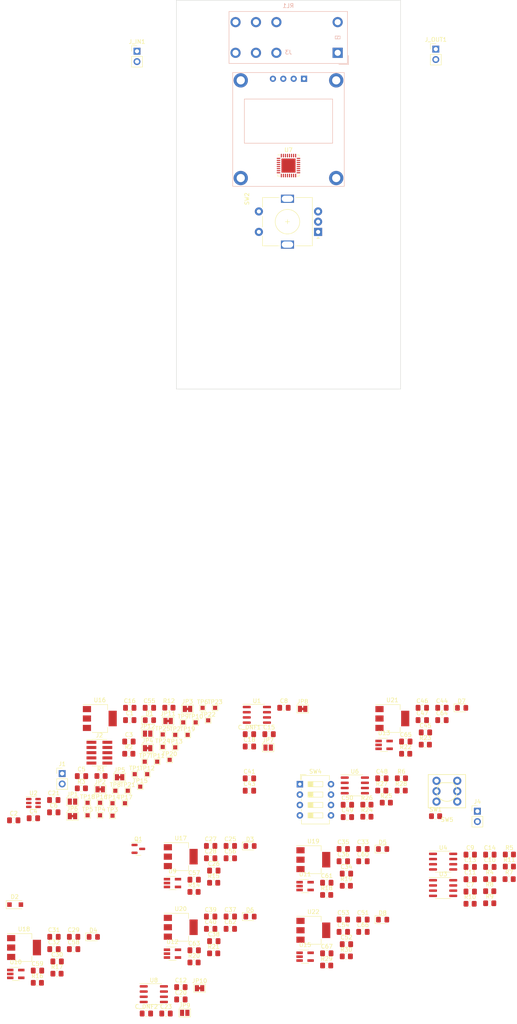
<source format=kicad_pcb>
(kicad_pcb (version 20211014) (generator pcbnew)
  (layers (0 "F.Cu" signal) (31 "B.Cu" signal) (34 "B.Paste" user) (35 "F.Paste" user) (36 "B.SilkS" user "B.Silkscreen") (37 "F.SilkS" user "F.Silkscreen") (38 "B.Mask" user) (39 "F.Mask" user) (44 "Edge.Cuts" user))
  (net 0 "")
  (net 1 "/MicroController/NRST")
  (net 2 "GND")
  (net 3 "+3V3")
  (net 4 "+5V")
  (net 5 "Net-(C8-Pad1)")
  (net 6 "/InputBuffer/OUT")
  (net 7 "-5V")
  (net 8 "/AnalogSwitch/3Z")
  (net 9 "Net-(C11-Pad2)")
  (net 10 "Net-(C12-Pad1)")
  (net 11 "/AudioPathSwitching/POST_FX")
  (net 12 "/AnalogSwitch/4Z")
  (net 13 "/StateVariableFilter/FILTER_OUT")
  (net 14 "/MicroController/PA0")
  (net 15 "+9V")
  (net 16 "Net-(C26-Pad1)")
  (net 17 "Net-(C26-Pad2)")
  (net 18 "Net-(C27-Pad1)")
  (net 19 "Net-(C30-Pad1)")
  (net 20 "Net-(C30-Pad2)")
  (net 21 "Net-(C31-Pad1)")
  (net 22 "Net-(C34-Pad1)")
  (net 23 "Net-(C34-Pad2)")
  (net 24 "Net-(C35-Pad1)")
  (net 25 "Net-(C38-Pad1)")
  (net 26 "Net-(C38-Pad2)")
  (net 27 "Net-(C39-Pad1)")
  (net 28 "Net-(C45-Pad1)")
  (net 29 "Net-(C45-Pad2)")
  (net 30 "Net-(C46-Pad1)")
  (net 31 "Net-(C52-Pad1)")
  (net 32 "Net-(C52-Pad2)")
  (net 33 "Net-(C53-Pad1)")
  (net 34 "/AnalogSwitch/1Z")
  (net 35 "/AnalogSwitch/2Z")
  (net 36 "Net-(D1-Pad2)")
  (net 37 "Net-(D2-Pad1)")
  (net 38 "Net-(D2-Pad2)")
  (net 39 "Net-(D3-Pad2)")
  (net 40 "Net-(D4-Pad2)")
  (net 41 "Net-(D5-Pad2)")
  (net 42 "Net-(D6-Pad2)")
  (net 43 "Net-(D7-Pad2)")
  (net 44 "Net-(D8-Pad2)")
  (net 45 "/MicroController/PA3")
  (net 46 "/MicroController/SWDIO")
  (net 47 "/MicroController/SWCLK")
  (net 48 "/MicroController/SWO")
  (net 51 "Net-(J3-Pad1)")
  (net 52 "Net-(J3-Pad2)")
  (net 53 "Net-(J3-Pad3)")
  (net 54 "Net-(J3-Pad4)")
  (net 55 "/MicroController/BOOT0")
  (net 56 "/MicroController/PA10")
  (net 57 "/MicroController/PA9")
  (net 58 "/AnalogSwitch/1Y")
  (net 59 "Net-(JP7-Pad2)")
  (net 60 "/AnalogSwitch/2Y")
  (net 61 "Net-(JP10-Pad1)")
  (net 62 "/AudioPathSwitching/RELAY_SIGNAL")
  (net 63 "/MicroController/PA7")
  (net 64 "/AudioPathSwitching/AUDIO_IN")
  (net 65 "/AudioPathSwitching/AUDIO_OUT")
  (net 66 "/MicroController/PB3")
  (net 67 "/MicroController/PA15")
  (net 68 "/MicroController/PA8")
  (net 69 "Net-(R4-Pad1)")
  (net 70 "Net-(R4-Pad2)")
  (net 71 "Net-(R5-Pad2)")
  (net 72 "Net-(R26-Pad2)")
  (net 73 "/AnalogSwitch/3E")
  (net 74 "Net-(R10-Pad1)")
  (net 75 "/AnalogSwitch/3Y")
  (net 76 "/AnalogSwitch/4Y")
  (net 77 "Net-(R12-Pad1)")
  (net 78 "Net-(R24-Pad1)")
  (net 79 "Net-(R24-Pad2)")
  (net 80 "Net-(R25-Pad1)")
  (net 81 "Net-(R26-Pad1)")
  (net 82 "Net-(R27-Pad1)")
  (net 83 "/MicroController/ENV_CLK_MIX1")
  (net 84 "Net-(RL1-Pad2)")
  (net 85 "/AudioPathSwitching/PRE_FX")
  (net 86 "/AnalogSwitch/1E")
  (net 87 "/MicroController/PB4")
  (net 88 "/MicroController/PA4")
  (net 89 "/MicroController/PA2")
  (net 90 "/MicroController/PA5")
  (net 91 "/MicroController/PA6")
  (net 92 "Net-(SW5-Pad1)")
  (net 93 "/StateVariableFilter/FILTER_IN")
  (net 94 "/OutputBuffer/IN")
  (net 95 "/MicroController/PC14")
  (net 96 "/MicroController/PC15")
  (net 97 "/MicroController/PB0")
  (net 98 "/MicroController/PB1")
  (net 99 "/MicroController/PB5")
  (net 100 "/MicroController/PB6")
  (net 101 "/MicroController/PB7")
  (net 102 "/MicroController/PA1")
  (net 103 "/MicroController/PA11")
  (net 104 "/MicroController/PA12")
  (footprint "Resistor_SMD:R_0805_2012Metric_Pad1.20x1.40mm_HandSolder" (layer "F.Cu") (at 208.51 259.535)
    (fp_text reference "R5" (at 0 -1.65) (layer "F.SilkS"))
    (fp_text value "20K")
    (pad "1" smd roundrect (at -1 0) (size 1.2 1.4) (layers "F.Cu" "F.Paste" "F.Mask") (roundrect_rratio 0.208333) (net 2 "GND"))
    (pad "2" smd roundrect (at 1 0) (size 1.2 1.4) (layers "F.Cu" "F.Paste" "F.Mask") (roundrect_rratio 0.208333) (net 71 "Net-(R5-Pad2)"))
  )
  (footprint "Capacitor_SMD:C_0805_2012Metric_Pad1.18x1.45mm_HandSolder" (layer "F.Cu") (at 149.68 230.135)
    (fp_text reference "C15" (at 0 -1.68) (layer "F.SilkS"))
    (fp_text value "100nF")
    (pad "1" smd roundrect (at -1.0375 0) (size 1.175 1.45) (layers "F.Cu" "F.Paste" "F.Mask") (roundrect_rratio 0.212766) (net 2 "GND"))
    (pad "2" smd roundrect (at 1.0375 0) (size 1.175 1.45) (layers "F.Cu" "F.Paste" "F.Mask") (roundrect_rratio 0.212766) (net 4 "+5V"))
  )
  (footprint "Jumper:SolderJumper-2_P1.3mm_Bridged_Pad1.0x1.5mm" (layer "F.Cu") (at 113.09 240.655)
    (fp_text reference "JP5" (at 0 -1.8) (layer "F.SilkS"))
    (fp_text value "SolderJumper_2_Bridged")
    (fp_poly (pts (xy -0.25 -0.3) (xy 0.25 -0.3) (xy 0.25 0.3) (xy -0.25 0.3)) (layer "F.Cu") (width 0) (fill solid))
    (pad "1" smd rect (at -0.65 0) (size 1 1.5) (layers "F.Cu" "F.Mask") (net 52 "Net-(J3-Pad2)"))
    (pad "2" smd rect (at 0.65 0) (size 1 1.5) (layers "F.Cu" "F.Mask") (net 3 "+3V3"))
  )
  (footprint "Capacitor_SMD:C_0805_2012Metric_Pad1.18x1.45mm_HandSolder" (layer "F.Cu") (at 101.83 282.665)
    (fp_text reference "C58" (at 0 -1.68) (layer "F.SilkS"))
    (fp_text value "1uF")
    (pad "1" smd roundrect (at -1.0375 0) (size 1.175 1.45) (layers "F.Cu" "F.Paste" "F.Mask") (roundrect_rratio 0.212766) (net 15 "+9V"))
    (pad "2" smd roundrect (at 1.0375 0) (size 1.175 1.45) (layers "F.Cu" "F.Paste" "F.Mask") (roundrect_rratio 0.212766) (net 2 "GND"))
  )
  (footprint "TestPoint:TestPoint_Pad_1.0x1.0mm" (layer "F.Cu") (at 126.7 233.355)
    (fp_text reference "TP13" (at 0 -1.448) (layer "F.SilkS"))
    (fp_text value "TestPoint")
    (pad "1" smd rect (at 0 0) (size 1 1) (layers "F.Cu" "F.Mask") (net 45 "/MicroController/PA3"))
  )
  (footprint "Capacitor_SMD:C_0805_2012Metric_Pad1.18x1.45mm_HandSolder" (layer "F.Cu") (at 153.32 223.685)
    (fp_text reference "C8" (at 0 -1.68) (layer "F.SilkS"))
    (fp_text value "1nF")
    (pad "1" smd roundrect (at -1.0375 0) (size 1.175 1.45) (layers "F.Cu" "F.Paste" "F.Mask") (roundrect_rratio 0.212766) (net 5 "Net-(C8-Pad1)"))
    (pad "2" smd roundrect (at 1.0375 0) (size 1.175 1.45) (layers "F.Cu" "F.Paste" "F.Mask") (roundrect_rratio 0.212766) (net 6 "/InputBuffer/OUT"))
  )
  (footprint "Capacitor_SMD:C_0805_2012Metric_Pad1.18x1.45mm_HandSolder" (layer "F.Cu") (at 97.79 285.675)
    (fp_text reference "C30" (at 0 -1.68) (layer "F.SilkS"))
    (fp_text value "1uF")
    (pad "1" smd roundrect (at -1.0375 0) (size 1.175 1.45) (layers "F.Cu" "F.Paste" "F.Mask") (roundrect_rratio 0.212766) (net 19 "Net-(C30-Pad1)"))
    (pad "2" smd roundrect (at 1.0375 0) (size 1.175 1.45) (layers "F.Cu" "F.Paste" "F.Mask") (roundrect_rratio 0.212766) (net 20 "Net-(C30-Pad2)"))
  )
  (footprint "Capacitor_SMD:C_0805_2012Metric_Pad1.18x1.45mm_HandSolder" (layer "F.Cu") (at 144.87 233.145)
    (fp_text reference "C18" (at 0 -1.68) (layer "F.SilkS"))
    (fp_text value "100nF")
    (pad "1" smd roundrect (at -1.0375 0) (size 1.175 1.45) (layers "F.Cu" "F.Paste" "F.Mask") (roundrect_rratio 0.212766) (net 2 "GND"))
    (pad "2" smd roundrect (at 1.0375 0) (size 1.175 1.45) (layers "F.Cu" "F.Paste" "F.Mask") (roundrect_rratio 0.212766) (net 7 "-5V"))
  )
  (footprint "Resistor_SMD:R_0805_2012Metric_Pad1.20x1.40mm_HandSolder" (layer "F.Cu") (at 168.59 267.185)
    (fp_text reference "R19" (at 0 -1.65) (layer "F.SilkS"))
    (fp_text value "2K2")
    (pad "1" smd roundrect (at -1 0) (size 1.2 1.4) (layers "F.Cu" "F.Paste" "F.Mask") (roundrect_rratio 0.208333) (net 7 "-5V"))
    (pad "2" smd roundrect (at 1 0) (size 1.2 1.4) (layers "F.Cu" "F.Paste" "F.Mask") (roundrect_rratio 0.208333) (net 41 "Net-(D5-Pad2)"))
  )
  (footprint "LED_SMD:LED_0805_2012Metric_Pad1.15x1.40mm_HandSolder" (layer "F.Cu") (at 177.485 275.45)
    (fp_text reference "D8" (at 0 -1.65) (layer "F.SilkS"))
    (fp_text value "LED")
    (pad "1" smd roundrect (at -1.025 0) (size 1.15 1.4) (layers "F.Cu" "F.Paste" "F.Mask") (roundrect_rratio 0.217391) (net 2 "GND"))
    (pad "2" smd roundrect (at 1.025 0) (size 1.15 1.4) (layers "F.Cu" "F.Paste" "F.Mask") (roundrect_rratio 0.217391) (net 44 "Net-(D8-Pad2)"))
  )
  (footprint "Package_TO_SOT_SMD:SOT-223-3_TabPin2" (layer "F.Cu") (at 89.69 282.275)
    (fp_text reference "U18" (at 0 -4.5) (layer "F.SilkS"))
    (fp_text value "SE82XX-50")
    (pad "1" smd rect (at -3.15 -2.3) (size 2 1.5) (layers "F.Cu" "F.Paste" "F.Mask") (net 2 "GND"))
    (pad "2" smd rect (at -3.15 0) (size 2 1.5) (layers "F.Cu" "F.Paste" "F.Mask") (net 4 "+5V"))
    (pad "2" smd rect (at 3.15 0) (size 2 3.8) (layers "F.Cu" "F.Paste" "F.Mask") (net 4 "+5V"))
    (pad "3" smd rect (at -3.15 2.3) (size 2 1.5) (layers "F.Cu" "F.Paste" "F.Mask") (net 15 "+9V"))
  )
  (footprint "Resistor_SMD:R_0805_2012Metric_Pad1.20x1.40mm_HandSolder" (layer "F.Cu") (at 203.7 265.555)
    (fp_text reference "R4" (at 0 -1.65) (layer "F.SilkS"))
    (fp_text value "10K")
    (pad "1" smd roundrect (at -1 0) (size 1.2 1.4) (layers "F.Cu" "F.Paste" "F.Mask") (roundrect_rratio 0.208333) (net 69 "Net-(R4-Pad1)"))
    (pad "2" smd roundrect (at 1 0) (size 1.2 1.4) (layers "F.Cu" "F.Paste" "F.Mask") (roundrect_rratio 0.208333) (net 70 "Net-(R4-Pad2)"))
  )
  (footprint "Jumper:SolderJumper-2_P1.3mm_Open_Pad1.0x1.5mm" (layer "F.Cu") (at 149.45 233.415)
    (fp_text reference "JP7" (at 0 -1.8) (layer "F.SilkS"))
    (fp_text value "Jumper_2_Open")
    (pad "1" smd rect (at -0.65 0) (size 1 1.5) (layers "F.Cu" "F.Mask") (net 58 "/AnalogSwitch/1Y"))
    (pad "2" smd rect (at 0.65 0) (size 1 1.5) (layers "F.Cu" "F.Mask") (net 59 "Net-(JP7-Pad2)"))
  )
  (footprint "TestPoint:TestPoint_Pad_1.0x1.0mm" (layer "F.Cu") (at 108.3 246.905)
    (fp_text reference "TP16" (at 0 -1.448) (layer "F.SilkS"))
    (fp_text value "TestPoint")
    (pad "1" smd rect (at 0 0) (size 1 1) (layers "F.Cu" "F.Mask") (net 91 "/MicroController/PA6"))
  )
  (footprint "Package_TO_SOT_SMD:SOT-223-3_TabPin2" (layer "F.Cu") (at 160.52 278.055)
    (fp_text reference "U22" (at 0 -4.5) (layer "F.SilkS"))
    (fp_text value "SE82XX-50")
    (pad "1" smd rect (at -3.15 -2.3) (size 2 1.5) (layers "F.Cu" "F.Paste" "F.Mask") (net 2 "GND"))
    (pad "2" smd rect (at -3.15 0) (size 2 1.5) (layers "F.Cu" "F.Paste" "F.Mask") (net 4 "+5V"))
    (pad "2" smd rect (at 3.15 0) (size 2 3.8) (layers "F.Cu" "F.Paste" "F.Mask") (net 4 "+5V"))
    (pad "3" smd rect (at -3.15 2.3) (size 2 1.5) (layers "F.Cu" "F.Paste" "F.Mask") (net 15 "+9V"))
  )
  (footprint "Resistor_SMD:R_0805_2012Metric_Pad1.20x1.40mm_HandSolder" (layer "F.Cu") (at 92.95 290.885)
    (fp_text reference "R16" (at 0 -1.65) (layer "F.SilkS"))
    (fp_text value "100R")
    (pad "1" smd roundrect (at -1 0) (size 1.2 1.4) (layers "F.Cu" "F.Paste" "F.Mask") (roundrect_rratio 0.208333) (net 21 "Net-(C31-Pad1)"))
    (pad "2" smd roundrect (at 1 0) (size 1.2 1.4) (layers "F.Cu" "F.Paste" "F.Mask") (roundrect_rratio 0.208333) (net 7 "-5V"))
  )
  (footprint "Resistor_SMD:R_0805_2012Metric_Pad1.20x1.40mm_HandSolder" (layer "F.Cu") (at 163.78 269.415)
    (fp_text reference "R18" (at 0 -1.65) (layer "F.SilkS"))
    (fp_text value "100R")
    (pad "1" smd roundrect (at -1 0) (size 1.2 1.4) (layers "F.Cu" "F.Paste" "F.Mask") (roundrect_rratio 0.208333) (net 24 "Net-(C35-Pad1)"))
    (pad "2" smd roundrect (at 1 0) (size 1.2 1.4) (layers "F.Cu" "F.Paste" "F.Mask") (roundrect_rratio 0.208333) (net 7 "-5V"))
  )
  (footprint "Capacitor_SMD:C_0805_2012Metric_Pad1.18x1.45mm_HandSolder" (layer "F.Cu") (at 183.15 231.935)
    (fp_text reference "C65" (at 0 -1.68) (layer "F.SilkS"))
    (fp_text value "10uF")
    (pad "1" smd roundrect (at -1.0375 0) (size 1.175 1.45) (layers "F.Cu" "F.Paste" "F.Mask") (roundrect_rratio 0.212766) (net 4 "+5V"))
    (pad "2" smd roundrect (at 1.0375 0) (size 1.175 1.45) (layers "F.Cu" "F.Paste" "F.Mask") (roundrect_rratio 0.212766) (net 2 "GND"))
  )
  (footprint "Resistor_SMD:R_0805_2012Metric_Pad1.20x1.40mm_HandSolder" (layer "F.Cu") (at 131.31 285.925)
    (fp_text reference "R20" (at 0 -1.65) (layer "F.SilkS"))
    (fp_text value "100R")
    (pad "1" smd roundrect (at -1 0) (size 1.2 1.4) (layers "F.Cu" "F.Paste" "F.Mask") (roundrect_rratio 0.208333) (net 27 "Net-(C39-Pad1)"))
    (pad "2" smd roundrect (at 1 0) (size 1.2 1.4) (layers "F.Cu" "F.Paste" "F.Mask") (roundrect_rratio 0.208333) (net 7 "-5V"))
  )
  (footprint "Resistor_SMD:R_0805_2012Metric_Pad1.20x1.40mm_HandSolder" (layer "F.Cu") (at 97.76 288.655)
    (fp_text reference "R17" (at 0 -1.65) (layer "F.SilkS"))
    (fp_text value "2K2")
    (pad "1" smd roundrect (at -1 0) (size 1.2 1.4) (layers "F.Cu" "F.Paste" "F.Mask") (roundrect_rratio 0.208333) (net 7 "-5V"))
    (pad "2" smd roundrect (at 1 0) (size 1.2 1.4) (layers "F.Cu" "F.Paste" "F.Mask") (roundrect_rratio 0.208333) (net 40 "Net-(D4-Pad2)"))
  )
  (footprint "Capacitor_SMD:C_0805_2012Metric_Pad1.18x1.45mm_HandSolder" (layer "F.Cu") (at 124.45 298.395)
    (fp_text reference "C23" (at 0 -1.68) (layer "F.SilkS"))
    (fp_text value "100nF")
    (pad "1" smd roundrect (at -1.0375 0) (size 1.175 1.45) (layers "F.Cu" "F.Paste" "F.Mask") (roundrect_rratio 0.212766) (net 2 "GND"))
    (pad "2" smd roundrect (at 1.0375 0) (size 1.175 1.45) (layers "F.Cu" "F.Paste" "F.Mask") (roundrect_rratio 0.212766) (net 7 "-5V"))
  )
  (footprint "Package_TO_SOT_SMD:SOT-223-3_TabPin2" (layer "F.Cu") (at 128.05 260.065)
    (fp_text reference "U17" (at 0 -4.5) (layer "F.SilkS"))
    (fp_text value "SE82XX-50")
    (pad "1" smd rect (at -3.15 -2.3) (size 2 1.5) (layers "F.Cu" "F.Paste" "F.Mask") (net 2 "GND"))
    (pad "2" smd rect (at 3.15 0) (size 2 3.8) (layers "F.Cu" "F.Paste" "F.Mask") (net 4 "+5V"))
    (pad "2" smd rect (at -3.15 0) (size 2 1.5) (layers "F.Cu" "F.Paste" "F.Mask") (net 4 "+5V"))
    (pad "3" smd rect (at -3.15 2.3) (size 2 1.5) (layers "F.Cu" "F.Paste" "F.Mask") (net 15 "+9V"))
  )
  (footprint "TestPoint:TestPoint_Pad_1.0x1.0mm" (layer "F.Cu") (at 125.34 236.405)
    (fp_text reference "TP20" (at 0 -1.448) (layer "F.SilkS"))
    (fp_text value "TestPoint")
    (pad "1" smd rect (at 0 0) (size 1 1) (layers "F.Cu" "F.Mask") (net 56 "/MicroController/PA10"))
  )
  (footprint "Resistor_SMD:R_0805_2012Metric_Pad1.20x1.40mm_HandSolder" (layer "F.Cu") (at 115.34 234.915)
    (fp_text reference "R2" (at 0 -1.65) (layer "F.SilkS"))
    (fp_text value "10K")
    (pad "1" smd roundrect (at -1 0) (size 1.2 1.4) (layers "F.Cu" "F.Paste" "F.Mask") (roundrect_rratio 0.208333) (net 3 "+3V3"))
    (pad "2" smd roundrect (at 1 0) (size 1.2 1.4) (layers "F.Cu" "F.Paste" "F.Mask") (roundrect_rratio 0.208333) (net 67 "/MicroController/PA15"))
  )
  (footprint "Resistor_SMD:R_0805_2012Metric_Pad1.20x1.40mm_HandSolder" (layer "F.Cu") (at 131.31 268.675)
    (fp_text reference "R14" (at 0 -1.65) (layer "F.SilkS"))
    (fp_text value "100R")
    (pad "1" smd roundrect (at -1 0) (size 1.2 1.4) (layers "F.Cu" "F.Paste" "F.Mask") (roundrect_rratio 0.208333) (net 18 "Net-(C27-Pad1)"))
    (pad "2" smd roundrect (at 1 0) (size 1.2 1.4) (layers "F.Cu" "F.Paste" "F.Mask") (roundrect_rratio 0.208333) (net 7 "-5V"))
  )
  (footprint "Connector_PinHeader_2.54mm:PinHeader_1x02_P2.54mm_Vertical" (layer "F.Cu") (at 200.68 248.955)
    (fp_text reference "J4" (at 0 -2.33) (layer "F.SilkS"))
    (fp_text value "Conn_01x02")
    (pad "1" thru_hole rect (at 0 0) (size 1.7 1.7) (drill 1) (layers *.Cu *.Mask) (net 2 "GND"))
    (pad "2" thru_hole oval (at 0 2.54) (size 1.7 1.7) (drill 1) (layers *.Cu *.Mask) (net 15 "+9V"))
  )
  (footprint "Capacitor_SMD:C_0805_2012Metric_Pad1.18x1.45mm_HandSolder" (layer "F.Cu") (at 140.19 274.695)
    (fp_text reference "C37" (at 0 -1.68) (layer "F.SilkS"))
    (fp_text value "1uF")
    (pad "1" smd roundrect (at -1.0375 0) (size 1.175 1.45) (layers "F.Cu" "F.Paste" "F.Mask") (roundrect_rratio 0.212766) (net 4 "+5V"))
    (pad "2" smd roundrect (at 1.0375 0) (size 1.175 1.45) (layers "F.Cu" "F.Paste" "F.Mask") (roundrect_rratio 0.212766) (net 2 "GND"))
  )
  (footprint "Capacitor_SMD:C_0805_2012Metric_Pad1.18x1.45mm_HandSolder" (layer "F.Cu") (at 135.38 277.705)
    (fp_text reference "C40" (at 0 -1.68) (layer "F.SilkS"))
    (fp_text value "1uF")
    (pad "1" smd roundrect (at -1.0375 0) (size 1.175 1.45) (layers "F.Cu" "F.Paste" "F.Mask") (roundrect_rratio 0.212766) (net 7 "-5V"))
    (pad "2" smd roundrect (at 1.0375 0) (size 1.175 1.45) (layers "F.Cu" "F.Paste" "F.Mask") (roundrect_rratio 0.212766) (net 2 "GND"))
  )
  (footprint "TestPoint:TestPoint_Pad_1.0x1.0mm" (layer "F.Cu") (at 111.35 250.055)
    (fp_text reference "TP3" (at 0 -1.448) (layer "F.SilkS"))
    (fp_text value "TestPoint")
    (pad "1" smd rect (at 0 0) (size 1 1) (layers "F.Cu" "F.Mask") (net 97 "/MicroController/PB0"))
  )
  (footprint "LED_SMD:LED_0805_2012Metric_Pad1.15x1.40mm_HandSolder" (layer "F.Cu") (at 145.015 257.46)
    (fp_text reference "D3" (at 0 -1.65) (layer "F.SilkS"))
    (fp_text value "LED")
    (pad "1" smd roundrect (at -1.025 0) (size 1.15 1.4) (layers "F.Cu" "F.Paste" "F.Mask") (roundrect_rratio 0.217391) (net 2 "GND"))
    (pad "2" smd roundrect (at 1.025 0) (size 1.15 1.4) (layers "F.Cu" "F.Paste" "F.Mask") (roundrect_rratio 0.217391) (net 39 "Net-(D3-Pad2)"))
  )
  (footprint "Capacitor_SMD:C_0805_2012Metric_Pad1.18x1.45mm_HandSolder" (layer "F.Cu") (at 140.19 257.445)
    (fp_text reference "C25" (at 0 -1.68) (layer "F.SilkS"))
    (fp_text value "1uF")
    (pad "1" smd roundrect (at -1.0375 0) (size 1.175 1.45) (layers "F.Cu" "F.Paste" "F.Mask") (roundrect_rratio 0.212766) (net 4 "+5V"))
    (pad "2" smd roundrect (at 1.0375 0) (size 1.175 1.45) (layers "F.Cu" "F.Paste" "F.Mask") (roundrect_rratio 0.212766) (net 2 "GND"))
  )
  (footprint "Jumper:SolderJumper-2_P1.3mm_Bridged_Pad1.0x1.5mm" (layer "F.Cu") (at 119.95 233.555)
    (fp_text reference "JP4" (at 0 -1.8) (layer "F.SilkS"))
    (fp_text value "SolderJumper_2_Bridged")
    (fp_poly (pts (xy -0.25 -0.3) (xy 0.25 -0.3) (xy 0.25 0.3) (xy -0.25 0.3)) (layer "F.Cu") (width 0) (fill solid))
    (pad "1" smd rect (at -0.65 0) (size 1 1.5) (layers "F.Cu" "F.Mask") (net 53 "Net-(J3-Pad3)"))
    (pad "2" smd rect (at 0.65 0) (size 1 1.5) (layers "F.Cu" "F.Mask") (net 57 "/MicroController/PA9"))
  )
  (footprint "Capacitor_SMD:C_0805_2012Metric_Pad1.18x1.45mm_HandSolder" (layer "F.Cu") (at 168.62 264.205)
    (fp_text reference "C34" (at 0 -1.68) (layer "F.SilkS"))
    (fp_text value "1uF")
    (pad "1" smd roundrect (at -1.0375 0) (size 1.175 1.45) (layers "F.Cu" "F.Paste" "F.Mask") (roundrect_rratio 0.212766) (net 22 "Net-(C34-Pad1)"))
    (pad "2" smd roundrect (at 1.0375 0) (size 1.175 1.45) (layers "F.Cu" "F.Paste" "F.Mask") (roundrect_rratio 0.212766) (net 23 "Net-(C34-Pad2)"))
  )
  (footprint "Capacitor_SMD:C_0805_2012Metric_Pad1.18x1.45mm_HandSolder" (layer "F.Cu") (at 187.19 226.695)
    (fp_text reference "C47" (at 0 -1.68) (layer "F.SilkS"))
    (fp_text value "1uF")
    (pad "1" smd roundrect (at -1.0375 0) (size 1.175 1.45) (layers "F.Cu" "F.Paste" "F.Mask") (roundrect_rratio 0.212766) (net 7 "-5V"))
    (pad "2" smd roundrect (at 1.0375 0) (size 1.175 1.45) (layers "F.Cu" "F.Paste" "F.Mask") (roundrect_rratio 0.212766) (net 2 "GND"))
  )
  (footprint "TestPoint:TestPoint_Pad_1.0x1.0mm" (layer "F.Cu") (at 128.66 227.255)
    (fp_text reference "TP9" (at 0 -1.448) (layer "F.SilkS"))
    (fp_text value "TestPoint")
    (pad "1" smd rect (at 0 0) (size 1 1) (layers "F.Cu" "F.Mask") (net 101 "/MicroController/PB7"))
  )
  (footprint "TestPoint:TestPoint_Pad_1.0x1.0mm" (layer "F.Cu") (at 115.09 243.955)
    (fp_text reference "TP21" (at 0 -1.448) (layer "F.SilkS"))
    (fp_text value "TestPoint")
    (pad "1" smd rect (at 0 0) (size 1 1) (layers "F.Cu" "F.Mask") (net 103 "/MicroController/PA11"))
  )
  (footprint "TestPoint:TestPoint_Pad_1.0x1.0mm" (layer "F.Cu") (at 118.14 242.955)
    (fp_text reference "TP15" (at 0 -1.448) (layer "F.SilkS"))
    (fp_text value "TestPoint")
    (pad "1" smd rect (at 0 0) (size 1 1) (layers "F.Cu" "F.Mask") (net 90 "/MicroController/PA5"))
  )
  (footprint "Resistor_SMD:R_0805_2012Metric_Pad1.20x1.40mm_HandSolder" (layer "F.Cu") (at 163.78 286.665)
    (fp_text reference "R29" (at 0 -1.65) (layer "F.SilkS"))
    (fp_text value "100R")
    (pad "1" smd roundrect (at -1 0) (size 1.2 1.4) (layers "F.Cu" "F.Paste" "F.Mask") (roundrect_rratio 0.208333) (net 33 "Net-(C53-Pad1)"))
    (pad "2" smd roundrect (at 1 0) (size 1.2 1.4) (layers "F.Cu" "F.Paste" "F.Mask") (roundrect_rratio 0.208333) (net 7 "-5V"))
  )
  (footprint "Package_TO_SOT_SMD:SOT-223-3_TabPin2" (layer "F.Cu") (at 179.86 226.305)
    (fp_text reference "U21" (at 0 -4.5) (layer "F.SilkS"))
    (fp_text value "SE82XX-50")
    (pad "1" smd rect (at -3.15 -2.3) (size 2 1.5) (layers "F.Cu" "F.Paste" "F.Mask") (net 2 "GND"))
    (pad "2" smd rect (at 3.15 0) (size 2 3.8) (layers "F.Cu" "F.Paste" "F.Mask") (net 4 "+5V"))
    (pad "2" smd rect (at -3.15 0) (size 2 1.5) (layers "F.Cu" "F.Paste" "F.Mask") (net 4 "+5V"))
    (pad "3" smd rect (at -3.15 2.3) (size 2 1.5) (layers "F.Cu" "F.Paste" "F.Mask") (net 15 "+9V"))
  )
  (footprint "Capacitor_SMD:C_0805_2012Metric_Pad1.18x1.45mm_HandSolder" (layer "F.Cu") (at 96.97 249.235)
    (fp_text reference "C6" (at 0 -1.68) (layer "F.SilkS"))
    (fp_text value "1uF")
    (pad "1" smd roundrect (at -1.0375 0) (size 1.175 1.45) (layers "F.Cu" "F.Paste" "F.Mask") (roundrect_rratio 0.212766) (net 3 "+3V3"))
    (pad "2" smd roundrect (at 1.0375 0) (size 1.175 1.45) (layers "F.Cu" "F.Paste" "F.Mask") (roundrect_rratio 0.212766) (net 2 "GND"))
  )
  (footprint "Rotary_Encoder:RotaryEncoder_Alps_EC11E-Switch_Vertical_H20mm" (layer "F.Cu") (at 161.682 107.39545 180)
    (fp_text reference "SW2" (at 17.41 8.08145 90) (layer "F.SilkS"))
    (fp_text value "RotaryEncoder_Switch")
    (pad "A" thru_hole rect (at 0 0 180) (size 2 2) (drill 1) (layers *.Cu *.Mask) (net 66 "/MicroController/PB3"))
    (pad "B" thru_hole circle (at 0 5 180) (size 2 2) (drill 1) (layers *.Cu *.Mask) (net 67 "/MicroController/PA15"))
    (pad "C" thru_hole circle (at 0 2.5 180) (size 2 2) (drill 1) (layers *.Cu *.Mask) (net 2 "GND"))
    (pad "MP" thru_hole rect (at 7.5 8.1 180) (size 3.2 2) (drill oval 2.8 1.5) (layers *.Cu *.Mask))
    (pad "MP" thru_hole rect (at 7.5 -3.1 180) (size 3.2 2) (drill oval 2.8 1.5) (layers *.Cu *.Mask))
    (pad "S1" thru_hole circle (at 14.5 5 180) (size 2 2) (drill 1) (layers *.Cu *.Mask) (net 87 "/MicroController/PB4"))
    (pad "S2" thru_hole circle (at 14.5 0 180) (size 2 2) (drill 1) (layers *.Cu *.Mask) (net 2 "GND"))
  )
  (footprint "Diode_SMD:D_SOD-123F" (layer "F.Cu") (at 87.525 271.785)
    (fp_text reference "D2" (at -0.127 -1.905) (layer "F.SilkS"))
    (fp_text value "1n4148")
    (pad "1" smd rect (at -1.4 0) (size 1.1 1.1) (layers "F.Cu" "F.Paste" "F.Mask") (net 37 "Net-(D2-Pad1)"))
    (pad "2" smd rect (at 1.4 0) (size 1.1 1.1) (layers "F.Cu" "F.Paste" "F.Mask") (net 38 "Net-(D2-Pad2)"))
  )
  (footprint "Capacitor_SMD:C_0805_2012Metric_Pad1.18x1.45mm_HandSolder" (layer "F.Cu") (at 115.57 226.695)
    (fp_text reference "C1" (at 0 -1.68) (layer "F.SilkS"))
    (fp_text value "100nF")
    (pad "1" smd roundrect (at -1.0375 0) (size 1.175 1.45) (layers "F.Cu" "F.Paste" "F.Mask") (roundrect_rratio 0.212766) (net 1 "/MicroController/NRST"))
    (pad "2" smd roundrect (at 1.0375 0) (size 1.175 1.45) (layers "F.Cu" "F.Paste" "F.Mask") (roundrect_rratio 0.212766) (net 2 "GND"))
  )
  (footprint "Connector_PinHeader_1.27mm:PinHeader_2x05_P1.27mm_Vertical_SMD" (layer "F.Cu") (at 108.14 234.655)
    (fp_text reference "J2" (at 0 -4.235) (layer "F.SilkS"))
    (fp_text value "Conn_02x05_Odd_Even")
    (pad "1" smd rect (at -1.95 -2.54) (size 2.4 0.74) (layers "F.Cu" "F.Paste" "F.Mask") (net 3 "+3V3"))
    (pad "2" smd rect (at 1.95 -2.54) (size 2.4 0.74) (layers "F.Cu" "F.Paste" "F.Mask") (net 46 "/MicroController/SWDIO"))
    (pad "3" smd rect (at -1.95 -1.27) (size 2.4 0.74) (layers "F.Cu" "F.Paste" "F.Mask") (net 2 "GND"))
    (pad "4" smd rect (at 1.95 -1.27) (size 2.4 0.74) (layers "F.Cu" "F.Paste" "F.Mask") (net 47 "/MicroController/SWCLK"))
    (pad "5" smd rect (at -1.95 0) (size 2.4 0.74) (layers "F.Cu" "F.Paste" "F.Mask") (net 2 "GND"))
    (pad "6" smd rect (at 1.95 0) (size 2.4 0.74) (layers "F.Cu" "F.Paste" "F.Mask") (net 48 "/MicroController/SWO"))
    (pad "7" smd rect (at -1.95 1.27) (size 2.4 0.74) (layers "F.Cu" "F.Paste" "F.Mask"))
    (pad "8" smd rect (at 1.95 1.27) (size 2.4 0.74) (layers "F.Cu" "F.Paste" "F.Mask"))
    (pad "9" smd rect (at -1.95 2.54) (size 2.4 0.74) (layers "F.Cu" "F.Paste" "F.Mask") (net 2 "GND"))
    (pad "10" smd rect (at 1.95 2.54) (size 2.4 0.74) (layers "F.Cu" "F.Paste" "F.Mask") (net 1 "/MicroController/NRST"))
  )
  (footprint "Capacitor_SMD:C_0805_2012Metric_Pad1.18x1.45mm_HandSolder" (layer "F.Cu") (at 97.02 279.655)
    (fp_text reference "C31" (at 0 -1.68) (layer "F.SilkS"))
    (fp_text value "1uF")
    (pad "1" smd roundrect (at -1.0375 0) (size 1.175 1.45) (layers "F.Cu" "F.Paste" "F.Mask") (roundrect_rratio 0.212766) (net 21 "Net-(C31-Pad1)"))
    (pad "2" smd roundrect (at 1.0375 0) (size 1.175 1.45) (layers "F.Cu" "F.Paste" "F.Mask") (roundrect_rratio 0.212766) (net 2 "GND"))
  )
  (footprint "Jumper:SolderJumper-2_P1.3mm_Bridged_Pad1.0x1.5mm" (layer "F.Cu") (at 108.34 243.605)
    (fp_text reference "JP2" (at 0 -1.8) (layer "F.SilkS"))
    (fp_text value "SolderJumper_2_Bridged")
    (fp_poly (pts (xy -0.25 -0.3) (xy 0.25 -0.3) (xy 0.25 0.3) (xy -0.25 0.3)) (layer "F.Cu") (width 0) (fill solid))
    (pad "1" smd rect (at -0.65 0) (size 1 1.5) (layers "F.Cu" "F.Mask") (net 2 "GND"))
    (pad "2" smd rect (at 0.65 0) (size 1 1.5) (layers "F.Cu" "F.Mask") (net 55 "/MicroController/BOOT0"))
  )
  (footprint "Resistor_SMD:R_0805_2012Metric_Pad1.20x1.40mm_HandSolder" (layer "F.Cu") (at 183.12 234.915)
    (fp_text reference "R22" (at 0 -1.65) (layer "F.SilkS"))
    (fp_text value "100R")
    (pad "1" smd roundrect (at -1 0) (size 1.2 1.4) (layers "F.Cu" "F.Paste" "F.Mask") (roundrect_rratio 0.208333) (net 30 "Net-(C46-Pad1)"))
    (pad "2" smd roundrect (at 1 0) (size 1.2 1.4) (layers "F.Cu" "F.Paste" "F.Mask") (roundrect_rratio 0.208333) (net 7 "-5V"))
  )
  (footprint "Capacitor_SMD:C_0805_2012Metric_Pad1.18x1.45mm_HandSolder" (layer "F.Cu") (at 172.66 261.195)
    (fp_text reference "C60" (at 0 -1.68) (layer "F.SilkS"))
    (fp_text value "1uF")
    (pad "1" smd roundrect (at -1.0375 0) (size 1.175 1.45) (layers "F.Cu" "F.Paste" "F.Mask") (roundrect_rratio 0.212766) (net 15 "+9V"))
    (pad "2" smd roundrect (at 1.0375 0) (size 1.175 1.45) (layers "F.Cu" "F.Paste" "F.Mask") (roundrect_rratio 0.212766) (net 2 "GND"))
  )
  (footprint "Capacitor_SMD:C_0805_2012Metric_Pad1.18x1.45mm_HandSolder" (layer "F.Cu") (at 192 226.695)
    (fp_text reference "C64" (at 0 -1.68) (layer "F.SilkS"))
    (fp_text value "1uF")
    (pad "1" smd roundrect (at -1.0375 0) (size 1.175 1.45) (layers "F.Cu" "F.Paste" "F.Mask") (roundrect_rratio 0.212766) (net 15 "+9V"))
    (pad "2" smd roundrect (at 1.0375 0) (size 1.175 1.45) (layers "F.Cu" "F.Paste" "F.Mask") (roundrect_rratio 0.212766) (net 2 "GND"))
  )
  (footprint "Resistor_SMD:R_0805_2012Metric_Pad1.20x1.40mm_HandSolder" (layer "F.Cu") (at 182.02 243.915)
    (fp_text reference "R28" (at 0 -1.65) (layer "F.SilkS"))
    (fp_text value "10K")
    (pad "1" smd roundrect (at -1 0) (size 1.2 1.4) (layers "F.Cu" "F.Paste" "F.Mask") (roundrect_rratio 0.208333) (net 79 "Net-(R24-Pad2)"))
    (pad "2" smd roundrect (at 1 0) (size 1.2 1.4) (layers "F.Cu" "F.Paste" "F.Mask") (roundrect_rratio 0.208333) (net 83 "/MicroController/ENV_CLK_MIX1"))
  )
  (footprint "TestPoint:TestPoint_Pad_1.0x1.0mm" (layer "F.Cu") (at 119.24 236.855)
    (fp_text reference "TP7" (at 0 -1.448) (layer "F.SilkS"))
    (fp_text value "TestPoint")
    (pad "1" smd rect (at 0 0) (size 1 1) (layers "F.Cu" "F.Mask") (net 99 "/MicroController/PB5"))
  )
  (footprint "TestPoint:TestPoint_Pad_1.0x1.0mm" (layer "F.Cu") (at 111.35 247.005)
    (fp_text reference "TP14" (at 0 -1.448) (layer "F.SilkS"))
    (fp_text value "TestPoint")
    (pad "1" smd rect (at 0 0) (size 1 1) (layers "F.Cu" "F.Mask") (net 88 "/MicroController/PA4"))
  )
  (footprint "Capacitor_SMD:C_0805_2012Metric_Pad1.18x1.45mm_HandSolder" (layer "F.Cu") (at 144.87 230.135)
    (fp_text reference "C_DNF1" (at 0 -1.68) (layer "F.SilkS"))
    (fp_text value "1nF")
    (pad "1" smd roundrect (at -1.0375 0) (size 1.175 1.45) (layers "F.Cu" "F.Paste" "F.Mask") (roundrect_rratio 0.212766) (net 34 "/AnalogSwitch/1Z"))
    (pad "2" smd roundrect (at 1.0375 0) (size 1.175 1.45) (layers "F.Cu" "F.Paste" "F.Mask") (roundrect_rratio 0.212766) (net 2 "GND"))
  )
  (footprint "Capacitor_SMD:C_0805_2012Metric_Pad1.18x1.45mm_HandSolder" (layer "F.Cu") (at 131.34 265.695)
    (fp_text reference "C57" (at 0 -1.68) (layer "F.SilkS"))
    (fp_text value "10uF")
    (pad "1" smd roundrect (at -1.0375 0) (size 1.175 1.45) (layers "F.Cu" "F.Paste" "F.Mask") (roundrect_rratio 0.212766) (net 4 "+5V"))
    (pad "2" smd roundrect (at 1.0375 0) (size 1.175 1.45) (layers "F.Cu" "F.Paste" "F.Mask") (roundrect_rratio 0.212766) (net 2 "GND"))
  )
  (footprint "Capacitor_SMD:C_0805_2012Metric_Pad1.18x1.45mm_HandSolder" (layer "F.Cu") (at 120.38 223.685)
    (fp_text reference "C55" (at 0 -1.68) (layer "F.SilkS"))
    (fp_text value "10uF")
    (pad "1" smd roundrect (at -1.0375 0) (size 1.175 1.45) (layers "F.Cu" "F.Paste" "F.Mask") (roundrect_rratio 0.212766) (net 3 "+3V3"))
    (pad "2" smd roundrect (at 1.0375 0) (size 1.175 1.45) (layers "F.Cu" "F.Paste" "F.Mask") (roundrect_rratio 0.212766) (net 2 "GND"))
  )
  (footprint "Resistor_SMD:R_0805_2012Metric_Pad1.20x1.40mm_HandSolder" (layer "F.Cu") (at 177.27 243.915)
    (fp_text reference "R27" (at 0 -1.65) (layer "F.SilkS"))
    (fp_text value "10K")
    (pad "1" smd roundrect (at -1 0) (size 1.2 1.4) (layers "F.Cu" "F.Paste" "F.Mask") (roundrect_rratio 0.208333) (net 82 "Net-(R27-Pad1)"))
    (pad "2" smd roundrect (at 1 0) (size 1.2 1.4) (layers "F.Cu" "F.Paste" "F.Mask") (roundrect_rratio 0.208333) (net 72 "Net-(R26-Pad2)"))
  )
  (footprint "Resistor_SMD:R_0805_2012Metric_Pad1.20x1.40mm_HandSolder" (layer "F.Cu") (at 168.59 284.435)
    (fp_text reference "R30" (at 0 -1.65) (layer "F.SilkS"))
    (fp_text value "2K2")
    (pad "1" smd roundrect (at -1 0) (size 1.2 1.4) (layers "F.Cu" "F.Paste" "F.Mask") (roundrect_rratio 0.208333) (net 7 "-5V"))
    (pad "2" smd roundrect (at 1 0) (size 1.2 1.4) (layers "F.Cu" "F.Paste" "F.Mask") (roundrect_rratio 0.208333) (net 44 "Net-(D8-Pad2)"))
  )
  (footprint "Capacitor_SMD:C_0805_2012Metric_Pad1.18x1.45mm_HandSolder" (layer "F.Cu") (at 128.09 294.955)
    (fp_text reference "C20" (at 0 -1.68) (layer "F.SilkS"))
    (fp_text value "100nF")
    (pad "1" smd roundrect (at -1.0375 0) (size 1.175 1.45) (layers "F.Cu" "F.Paste" "F.Mask") (roundrect_rratio 0.212766) (net 2 "GND"))
    (pad "2" smd roundrect (at 1.0375 0) (size 1.175 1.45) (layers "F.Cu" "F.Paste" "F.Mask") (roundrect_rratio 0.212766) (net 4 "+5V"))
  )
  (footprint "Capacitor_SMD:C_0805_2012Metric_Pad1.18x1.45mm_HandSolder" (layer "F.Cu") (at 203.73 262.575)
    (fp_text reference "C10" (at 0 -1.68) (layer "F.SilkS"))
    (fp_text value "100nF")
    (pad "1" smd roundrect (at -1.0375 0) (size 1.175 1.45) (layers "F.Cu" "F.Paste" "F.Mask") (roundrect_rratio 0.212766) (net 2 "GND"))
    (pad "2" smd roundrect (at 1.0375 0) (size 1.175 1.45) (layers "F.Cu" "F.Paste" "F.Mask") (roundrect_rratio 0.212766) (net 4 "+5V"))
  )
  (footprint "Capacitor_SMD:C_0805_2012Metric_Pad1.18x1.45mm_HandSolder" (layer "F.Cu") (at 140.19 277.705)
    (fp_text reference "C62" (at 0 -1.68) (layer "F.SilkS"))
    (fp_text value "1uF")
    (pad "1" smd roundrect (at -1.0375 0) (size 1.175 1.45) (layers "F.Cu" "F.Paste" "F.Mask") (roundrect_rratio 0.212766) (net 15 "+9V"))
    (pad "2" smd roundrect (at 1.0375 0) (size 1.175 1.45) (layers "F.Cu" "F.Paste" "F.Mask") (roundrect_rratio 0.212766) (net 2 "GND"))
  )
  (footprint "Capacitor_SMD:C_0805_2012Metric_Pad1.18x1.45mm_HandSolder" (layer "F.Cu") (at 192 223.685)
    (fp_text reference "C44" (at 0 -1.68) (layer "F.SilkS"))
    (fp_text value "1uF")
    (pad "1" smd roundrect (at -1.0375 0) (size 1.175 1.45) (layers "F.Cu" "F.Paste" "F.Mask") (roundrect_rratio 0.212766) (net 4 "+5V"))
    (pad "2" smd roundrect (at 1.0375 0) (size 1.175 1.45) (layers "F.Cu" "F.Paste" "F.Mask") (roundrect_rratio 0.212766) (net 2 "GND"))
  )
  (footprint "Capacitor_SMD:C_0805_2012Metric_Pad1.18x1.45mm_HandSolder" (layer "F.Cu") (at 136.15 263.465)
    (fp_text reference "C26" (at 0 -1.68) (layer "F.SilkS"))
    (fp_text value "1uF")
    (pad "1" smd roundrect (at -1.0375 0) (size 1.175 1.45) (layers "F.Cu" "F.Paste" "F.Mask") (roundrect_rratio 0.212766) (net 16 "Net-(C26-Pad1)"))
    (pad "2" smd roundrect (at 1.0375 0) (size 1.175 1.45) (layers "F.Cu" "F.Paste" "F.Mask") (roundrect_rratio 0.212766) (net 17 "Net-(C26-Pad2)"))
  )
  (footprint "Capacitor_SMD:C_0805_2012Metric_Pad1.18x1.45mm_HandSolder" (layer "F.Cu") (at 96.97 246.225)
    (fp_text reference "C21" (at 0 -1.68) (layer "F.SilkS"))
    (fp_text value "1uF")
    (pad "1" smd roundrect (at -1.0375 0) (size 1.175 1.45) (layers "F.Cu" "F.Paste" "F.Mask") (roundrect_rratio 0.212766) (net 15 "+9V"))
    (pad "2" smd roundrect (at 1.0375 0) (size 1.175 1.45) (layers "F.Cu" "F.Paste" "F.Mask") (roundrect_rratio 0.212766) (net 2 "GND"))
  )
  (footprint "LED_SMD:LED_0805_2012Metric_Pad1.15x1.40mm_HandSolder" (layer "F.Cu") (at 106.655 279.67)
    (fp_text reference "D4" (at 0 -1.65) (layer "F.SilkS"))
    (fp_text value "LED")
    (pad "1" smd roundrect (at -1.025 0) (size 1.15 1.4) (layers "F.Cu" "F.Paste" "F.Mask") (roundrect_rratio 0.217391) (net 2 "GND"))
    (pad "2" smd roundrect (at 1.025 0) (size 1.15 1.4) (layers "F.Cu" "F.Paste" "F.Mask") (roundrect_rratio 0.217391) (net 40 "Net-(D4-Pad2)"))
  )
  (footprint "Resistor_SMD:R_0805_2012Metric_Pad1.20x1.40mm_HandSolder" (layer "F.Cu") (at 190.44 250.175)
    (fp_text reference "SW1" (at 0 -1.65) (layer "F.SilkS"))
    (fp_text value "SW_SPDT")
    (pad "1" smd roundrect (at -1 0) (size 1.2 1.4) (layers "F.Cu" "F.Paste" "F.Mask") (roundrect_rratio 0.208333) (net 86 "/AnalogSwitch/1E"))
    (pad "2" smd roundrect (at 1 0) (size 1.2 1.4) (layers "F.Cu" "F.Paste" "F.Mask") (roundrect_rratio 0.208333) (net 83 "/MicroController/ENV_CLK_MIX1"))
  )
  (footprint "TestPoint:TestPoint_Pad_1.0x1.0mm" (layer "F.Cu") (at 131.71 227.255)
    (fp_text reference "TP10" (at 0 -1.448) (layer "F.SilkS"))
    (fp_text value "TestPoint")
    (pad "1" smd rect (at 0 0) (size 1 1) (layers "F.Cu" "F.Mask") (net 14 "/MicroController/PA0"))
  )
  (footprint "TestPoint:TestPoint_Pad_1.0x1.0mm" (layer "F.Cu") (at 114.4 247.005)
    (fp_text reference "TP17" (at 0 -1.448) (layer "F.SilkS"))
    (fp_text value "TestPoint")
    (pad "1" smd rect (at 0 0) (size 1 1) (layers "F.Cu" "F.Mask") (net 63 "/MicroController/PA7"))
  )
  (footprint "Capacitor_SMD:C_0805_2012Metric_Pad1.18x1.45mm_HandSolder" (layer "F.Cu") (at 135.38 260.455)
    (fp_text reference "C28" (at 0 -1.68) (layer "F.SilkS"))
    (fp_text value "1uF")
    (pad "1" smd roundrect (at -1.0375 0) (size 1.175 1.45) (layers "F.Cu" "F.Paste" "F.Mask") (roundrect_rratio 0.212766) (net 7 "-5V"))
    (pad "2" smd roundrect (at 1.0375 0) (size 1.175 1.45) (layers "F.Cu" "F.Paste" "F.Mask") (roundrect_rratio 0.212766) (net 2 "GND"))
  )
  (footprint "Capacitor_SMD:C_0805_2012Metric_Pad1.18x1.45mm_HandSolder" (layer "F.Cu") (at 144.87 243.945)
    (fp_text reference "C43" (at 0 -1.68) (layer "F.SilkS"))
    (fp_text value "1nF")
    (pad "1" smd roundrect (at -1.0375 0) (size 1.175 1.45) (layers "F.Cu" "F.Paste" "F.Mask") (roundrect_rratio 0.212766) (net 2 "GND"))
    (pad "2" smd roundrect (at 1.0375 0) (size 1.175 1.45) (layers "F.Cu" "F.Paste" "F.Mask") (roundrect_rratio 0.212766) (net 7 "-5V"))
  )
  (footprint "Package_TO_SOT_SMD:SOT-23-5_HandSoldering" (layer "F.Cu") (at 177.84 232.755)
    (fp_text reference "U13" (at 0 -2.9) (layer "F.SilkS"))
    (fp_text value "TPS60400")
    (pad "1" smd rect (at -1.35 -0.95) (size 1.56 0.65) (layers "F.Cu" "F.Paste" "F.Mask") (net 30 "Net-(C46-Pad1)"))
    (pad "2" smd rect (at -1.35 0) (size 1.56 0.65) (layers "F.Cu" "F.Paste" "F.Mask") (net 4 "+5V"))
    (pad "3" smd rect (at -1.35 0.95) (size 1.56 0.65) (layers "F.Cu" "F.Paste" "F.Mask") (net 28 "Net-(C45-Pad1)"))
    (pad "4" smd rect (at 1.35 0.95) (size 1.56 0.65) (layers "F.Cu" "F.Paste" "F.Mask") (net 2 "GND"))
    (pad "5" smd rect (at 1.35 -0.95) (size 1.56 0.65) (layers "F.Cu" "F.Paste" "F.Mask") (net 29 "Net-(C45-Pad2)"))
  )
  (footprint "TestPoint:TestPoint_Pad_1.0x1.0mm" (layer "F.Cu") (at 105.25 249.955)
    (fp_text reference "TP5" (at 0 -1.448) (layer "F.SilkS"))
    (fp_text value "TestPoint")
    (pad "1" smd rect (at 0 0) (size 1 1) (layers "F.Cu" "F.Mask") (net 66 "/MicroController/PB3"))
  )
  (footprint "Connector_PinHeader_2.54mm:PinHeader_1x02_P2.54mm_Vertical" (layer "F.Cu") (at 99.03 239.755)
    (fp_text reference "J1" (at 0 -2.33) (layer "F.SilkS"))
    (fp_text value "Conn_01x02")
    (pad "1" thru_hole rect (at 0 0) (size 1.7 1.7) (drill 1) (layers *.Cu *.Mask) (net 2 "GND"))
    (pad "2" thru_hole oval (at 0 2.54) (size 1.7 1.7) (drill 1) (layers *.Cu *.Mask) (net 45 "/MicroController/PA3"))
  )
  (footprint "Capacitor_SMD:C_0805_2012Metric_Pad1.18x1.45mm_HandSolder" (layer "F.Cu") (at 172.66 275.435)
    (fp_text reference "C51" (at 0 -1.68) (layer "F.SilkS"))
    (fp_text value "1uF")
    (pad "1" smd roundrect (at -1.0375 0) (size 1.175 1.45) (layers "F.Cu" "F.Paste" "F.Mask") (roundrect_rratio 0.212766) (net 4 "+5V"))
    (pad "2" smd roundrect (at 1.0375 0) (size 1.175 1.45) (layers "F.Cu" "F.Paste" "F.Mask") (roundrect_rratio 0.212766) (net 2 "GND"))
  )
  (footprint "Jumper:SolderJumper-2_P1.3mm_Bridged_Pad1.0x1.5mm" (layer "F.Cu") (at 101.55 250.165)
    (fp_text reference "JP6" (at 0 -1.8) (layer "F.SilkS"))
    (fp_text value "SolderJumper_2_Bridged")
    (fp_poly (pts (xy -0.25 -0.3) (xy 0.25 -0.3) (xy 0.25 0.3) (xy -0.25 0.3)) (layer "F.Cu") (width 0) (fill solid))
    (pad "1" smd rect (at -0.65 0) (size 1 1.5) (layers "F.Cu" "F.Mask") (net 51 "Net-(J3-Pad1)"))
    (pad "2" smd rect (at 0.65 0) (size 1 1.5) (layers "F.Cu" "F.Mask") (net 2 "GND"))
  )
  (footprint "Jumper:SolderJumper-2_P1.3mm_Bridged_Pad1.0x1.5mm" (layer "F.Cu") (at 157.9 223.955)
    (fp_text reference "JP8" (at 0 -1.8) (layer "F.SilkS"))
    (fp_text value "Jumper_2_Bridged")
    (fp_poly (pts (xy -0.25 -0.3) (xy 0.25 -0.3) (xy 0.25 0.3) (xy -0.25 0.3)) (layer "F.Cu") (width 0) (fill solid))
    (pad "1" smd rect (at -0.65 0) (size 1 1.5) (layers "F.Cu" "F.Mask") (net 59 "Net-(JP7-Pad2)"))
    (pad "2" smd rect (at 0.65 0) (size 1 1.5) (layers "F.Cu" "F.Mask") (net 5 "Net-(C8-Pad1)"))
  )
  (footprint "Capacitor_SMD:C_0805_2012Metric_Pad1.18x1.45mm_HandSolder" (layer "F.Cu") (at 168.85 247.385)
    (fp_text reference "C50" (at 0 -1.68) (layer "F.SilkS"))
    (fp_text value "100nF")
    (pad "1" smd roundrect (at -1.0375 0) (size 1.175 1.45) (layers "F.Cu" "F.Paste" "F.Mask") (roundrect_rratio 0.212766) (net 2 "GND"))
    (pad "2" smd roundrect (at 1.0375 0) (size 1.175 1.45) (layers "F.Cu" "F.Paste" "F.Mask") (roundrect_rratio 0.212766) (net 7 "-5V"))
  )
  (footprint "Capacitor_SMD:C_0805_2012Metric_Pad1.18x1.45mm_HandSolder" (layer "F.Cu") (at 167.85 278.445)
    (fp_text reference "C54" (at 0 -1.68) (layer "F.SilkS"))
    (fp_text value "1uF")
    (pad "1" smd roundrect (at -1.0375 0) (size 1.175 1.45) (layers "F.Cu" "F.Paste" "F.Mask") (roundrect_rratio 0.212766) (net 7 "-5V"))
    (pad "2" smd roundrect (at 1.0375 0) (size 1.175 1.45) (layers "F.Cu" "F.Paste" "F.Mask") (roundrect_rratio 0.212766) (net 2 "GND"))
  )
  (footprint "TestPoint:TestPoint_Pad_1.0x1.0mm" (layer "F.Cu") (at 122.29 236.855)
    (fp_text reference "TP11" (at 0 -1.448) (layer "F.SilkS"))
    (fp_text value "TestPoint")
    (pad "1" smd rect (at 0 0) (size 1 1) (layers "F.Cu" "F.Mask") (net 102 "/MicroController/PA1"))
  )
  (footprint "Jumper:SolderJumper-2_P1.3mm_Bridged_Pad1.0x1.5mm" (layer "F.Cu") (at 129.71 223.955)
    (fp_text reference "JP3" (at 0 -1.8) (layer "F.SilkS"))
    (fp_text value "SolderJumper_2_Bridged")
    (fp_poly (pts (xy -0.25 -0.3) (xy 0.25 -0.3) (xy 0.25 0.3) (xy -0.25 0.3)) (layer "F.Cu") (width 0) (fill solid))
    (pad "1" smd rect (at -0.65 0) (size 1 1.5) (layers "F.Cu" "F.Mask") (net 54 "Net-(J3-Pad4)"))
    (pad "2" smd rect (at 0.65 0) (size 1 1.5) (layers "F.Cu" "F.Mask") (net 56 "/MicroController/PA10"))
  )
  (footprint "Jumper:SolderJumper-2_P1.3mm_Open_Pad1.0x1.5mm" (layer "F.Cu") (at 101.55 246.615)
    (fp_text reference "JP1" (at 0 -1.8) (layer "F.SilkS"))
    (fp_text value "SolderJumper_2_Open")
    (pad "1" smd rect (at -0.65 0) (size 1 1.5) (layers "F.Cu" "F.Mask") (net 55 "/MicroController/BOOT0"))
    (pad "2" smd rect (at 0.65 0) (size 1 1.5) (layers "F.Cu" "F.Mask") (net 3 "+3V3"))
  )
  (footprint "Capacitor_SMD:C_0805_2012Metric_Pad1.18x1.45mm_HandSolder" (layer "F.Cu") (at 128.09 291.945)
    (fp_text reference "C12" (at 0 -1.68) (layer "F.SilkS"))
    (fp_text value "1nF")
    (pad "1" smd roundrect (at -1.0375 0) (size 1.175 1.45) (layers "F.Cu" "F.Paste" "F.Mask") (roundrect_rratio 0.212766) (net 10 "Net-(C12-Pad1)"))
    (pad "2" smd roundrect (at 1.0375 0) (size 1.175 1.45) (layers "F.Cu" "F.Paste" "F.Mask") (roundrect_rratio 0.212766) (net 11 "/AudioPathSwitching/POST_FX"))
  )
  (footprint "Capacitor_SMD:C_0805_2012Metric_Pad1.18x1.45mm_HandSolder" (layer "F.Cu") (at 163.81 283.685)
    (fp_text reference "C67" (at 0 -1.68) (layer "F.SilkS"))
    (fp_text value "10uF")
    (pad "1" smd roundrect (at -1.0375 0) (size 1.175 1.45) (layers "F.Cu" "F.Paste" "F.Mask") (roundrect_rratio 0.212766) (net 4 "+5V"))
    (pad "2" smd roundrect (at 1.0375 0) (size 1.175 1.45) (layers "F.Cu" "F.Paste" "F.Mask") (roundrect_rratio 0.212766) (net 2 "GND"))
  )
  (footprint "Package_TO_SOT_SMD:SOT-23-6" (layer "F.Cu") (at 91.99 246.945)
    (fp_text reference "U2" (at 0 -2.4) (layer "F.SilkS"))
    (fp_text value "MCP603-xCH")
    (pad "1" smd roundrect (at -1.1375 -0.95) (size 1.325 0.6) (layers "F.Cu" "F.Paste" "F.Mask") (net 77 "Net-(R12-Pad1)"))
    (pad "2" smd roundrect (at -1.1375 0) (size 1.325 0.6) (layers "F.Cu" "F.Paste" "F.Mask") (net 2 "GND"))
    (pad "3" smd roundrect (at -1.1375 0.95) (size 1.325 0.6) (layers "F.Cu" "F.Paste" "F.Mask") (net 85 "/AudioPathSwitching/PRE_FX"))
    (pad "4" smd roundrect (at 1.1375 0.95) (size 1.325 0.6) (layers "F.Cu" "F.Paste" "F.Mask") (net 77 "Net-(R12-Pad1)"))
    (pad "5" smd roundrect (at 1.1375 0) (size 1.325 0.6) (layers "F.Cu" "F.Paste" "F.Mask") (net 2 "GND"))
    (pad "6" smd roundrect (at 1.1375 -0.95) (size 1.325 0.6) (layers "F.Cu" "F.Paste" "F.Mask") (net 3 "+3V3"))
  )
  (footprint "TestPoint:TestPoint_Pad_1.0x1.0mm" (layer "F.Cu") (at 108.3 249.955)
    (fp_text reference "TP4" (at 0 -1.448) (layer "F.SilkS"))
    (fp_text value "TestPoint")
    (pad "1" smd rect (at 0 0) (size 1 1) (layers "F.Cu" "F.Mask") (net 98 "/MicroController/PB1"))
  )
  (footprint "Jumper:SolderJumper-2_P1.3mm_Bridged_Pad1.0x1.5mm" (layer "F.Cu") (at 124.96 226.905)
    (fp_text reference "JP11" (at 0 -1.8) (layer "F.SilkS"))
    (fp_text value "SolderJumper_2_Bridged")
    (fp_poly (pts (xy -0.25 -0.3) (xy 0.25 -0.3) (xy 0.25 0.3) (xy -0.25 0.3)) (layer "F.Cu") (width 0) (fill solid))
    (pad "1" smd rect (at -0.65 0) (size 1 1.5) (layers "F.Cu" "F.Mask") (net 62 "/AudioPathSwitching/RELAY_SIGNAL"))
    (pad "2" smd rect (at 0.65 0) (size 1 1.5) (layers "F.Cu" "F.Mask") (net 63 "/MicroController/PA7"))
  )
  (footprint "Resistor_SMD:R_0805_2012Metric_Pad1.20x1.40mm_HandSolder" (layer "F.Cu") (at 208.45 265.555)
    (fp_text reference "R7" (at 0 -1.65) (layer "F.SilkS"))
    (fp_text value "10K")
    (pad "1" smd roundrect (at -1 0) (size 1.2 1.4) (layers "F.Cu" "F.Paste" "F.Mask") (roundrect_rratio 0.208333) (net 70 "Net-(R4-Pad2)"))
    (pad "2" smd roundrect (at 1 0) (size 1.2 1.4) (layers "F.Cu" "F.Paste" "F.Mask") (roundrect_rratio 0.208333) (net 13 "/StateVariableFilter/FILTER_OUT"))
  )
  (footprint "Package_TO_SOT_SMD:SOT-223-3_TabPin2" (layer "F.Cu") (at 108.24 226.305)
    (fp_text reference "U16" (at 0 -4.5) (layer "F.SilkS"))
    (fp_text value "SE82XX-33")
    (pad "1" smd rect (at -3.15 -2.3) (size 2 1.5) (layers "F.Cu" "F.Paste" "F.Mask") (net 2 "GND"))
    (pad "2" smd rect (at 3.15 0) (size 2 3.8) (layers "F.Cu" "F.Paste" "F.Mask") (net 3 "+3V3"))
    (pad "2" smd rect (at -3.15 0) (size 2 1.5) (layers "F.Cu" "F.Paste" "F.Mask") (net 3 "+3V3"))
    (pad "3" smd rect (at -3.15 2.3) (size 2 1.5) (layers "F.Cu" "F.Paste" "F.Mask") (net 15 "+9V"))
  )
  (footprint "Capacitor_SMD:C_0805_2012Metric_Pad1.18x1.45mm_HandSolder" (layer "F.Cu") (at 198.92 262.575)
    (fp_text reference "C13" (at 0 -1.68) (layer "F.SilkS"))
    (fp_text value "100nF")
    (pad "1" smd roundrect (at -1.0375 0) (size 1.175 1.45) (layers "F.Cu" "F.Paste" "F.Mask") (roundrect_rratio 0.212766) (net 2 "GND"))
    (pad "2" smd roundrect (at 1.0375 0) (size 1.175 1.45) (layers "F.Cu" "F.Paste" "F.Mask") (roundrect_rratio 0.212766) (net 7 "-5V"))
  )
  (footprint "Capacitor_SMD:C_0805_2012Metric_Pad1.18x1.45mm_HandSolder" (layer "F.Cu") (at 103.76 240.385)
    (fp_text reference "C5" (at 0 -1.68) (layer "F.SilkS"))
    (fp_text value "10nF")
    (pad "1" smd roundrect (at -1.0375 0) (size 1.175 1.45) (layers "F.Cu" "F.Paste" "F.Mask") (roundrect_rratio 0.212766) (net 3 "+3V3"))
    (pad "2" smd roundrect (at 1.0375 0) (size 1.175 1.45) (layers "F.Cu" "F.Paste" "F.Mask") (roundrect_rratio 0.212766) (net 2 "GND"))
  )
  (footprint "Package_SO:SOIC-8_3.9x4.9mm_P1.27mm" (layer "F.Cu") (at 192.29 267.735)
    (fp_text reference "U3" (at 0 -3.4) (layer "F.SilkS"))
    (fp_text value "AS358AMTR")
    (pad "1" smd roundrect (at -2.475 -1.905) (size 1.95 0.6) (layers "F.Cu" "F.Paste" "F.Mask") (net 69 "Net-(R4-Pad1)"))
    (pad "2" smd roundrect (at -2.475 -0.635) (size 1.95 0.6) (layers "F.Cu" "F.Paste" "F.Mask") (net 69 "Net-(R4-Pad1)"))
    (pad "3" smd roundrect (at -2.475 0.635) (size 1.95 0.6) (layers "F.Cu" "F.Paste" "F.Mask") (net 93 "/StateVariableFilter/FILTER_IN"))
    (pad "4" smd roundrect (at -2.475 1.905) (size 1.95 0.6) (layers "F.Cu" "F.Paste" "F.Mask") (net 7 "-5V"))
    (pad "5" smd roundrect (at 2.475 1.905) (size 1.95 0.6) (layers "F.Cu" "F.Paste" "F.Mask") (net 71 "Net-(R5-Pad2)"))
    (pad "6" smd roundrect (at 2.475 0.635) (size 1.95 0.6) (layers "F.Cu" "F.Paste" "F.Mask") (net 70 "Net-(R4-Pad2)"))
    (pad "7" smd roundrect (at 2.475 -0.635) (size 1.95 0.6) (layers "F.Cu" "F.Paste" "F.Mask") (net 74 "Net-(R10-Pad1)"))
    (pad "8" smd roundrect (at 2.475 -1.905) (size 1.95 0.6) (layers "F.Cu" "F.Paste" "F.Mask") (net 4 "+5V"))
  )
  (footprint "Resistor_SMD:R_0805_2012Metric_Pad1.20x1.40mm_HandSolder" (layer "F.Cu") (at 173.63 247.355)
    (fp_text reference "R26" (at 0 -1.65) (layer "F.SilkS"))
    (fp_text value "10K")
    (pad "1" smd roundrect (at -1 0) (size 1.2 1.4) (layers "F.Cu" "F.Paste" "F.Mask") (roundrect_rratio 0.208333) (net 81 "Net-(R26-Pad1)"))
    (pad "2" smd roundrect (at 1 0) (size 1.2 1.4) (layers "F.Cu" "F.Paste" "F.Mask") (roundrect_rratio 0.208333) (net 72 "Net-(R26-Pad2)"))
  )
  (footprint "Capacitor_SMD:C_0805_2012Metric_Pad1.18x1.45mm_HandSolder" (layer "F.Cu") (at 131.34 282.945)
    (fp_text reference "C63" (at 0 -1.68) (layer "F.SilkS"))
    (fp_text value "10uF")
    (pad "1" smd roundrect (at -1.0375 0) (size 1.175 1.45) (layers "F.Cu" "F.Paste" "F.Mask") (roundrect_rratio 0.212766) (net 4 "+5V"))
    (pad "2" smd roundrect (at 1.0375 0) (size 1.175 1.45) (layers "F.Cu" "F.Paste" "F.Mask") (roundrect_rratio 0.212766) (net 2 "GND"))
  )
  (footprint "Package_TO_SOT_SMD:SOT-23-5_HandSoldering" (layer "F.Cu") (at 158.5 284.505)
    (fp_text reference "U15" (at 0 -2.9) (layer "F.SilkS"))
    (fp_text value "TPS60400")
    (pad "1" smd rect (at -1.35 -0.95) (size 1.56 0.65) (layers "F.Cu" "F.Paste" "F.Mask") (net 33 "Net-(C53-Pad1)"))
    (pad "2" smd rect (at -1.35 0) (size 1.56 0.65) (layers "F.Cu" "F.Paste" "F.Mask") (net 4 "+5V"))
    (pad "3" smd rect (at -1.35 0.95) (size 1.56 0.65) (layers "F.Cu" "F.Paste" "F.Mask") (net 31 "Net-(C52-Pad1)"))
    (pad "4" smd rect (at 1.35 0.95) (size 1.56 0.65) (layers "F.Cu" "F.Paste" "F.Mask") (net 2 "GND"))
    (pad "5" smd rect (at 1.35 -0.95) (size 1.56 0.65) (layers "F.Cu" "F.Paste" "F.Mask") (net 32 "Net-(C52-Pad2)"))
  )
  (footprint "TestPoint:TestPoint_Pad_1.0x1.0mm" (layer "F.Cu") (at 123.65 233.255)
    (fp_text reference "TP24" (at 0 -1.448) (layer "F.SilkS"))
    (fp_text value "TestPoint")
    (pad "1" smd rect (at 0 0) (size 1 1) (layers "F.Cu" "F.Mask") (net 47 "/MicroController/SWCLK"))
  )
  (footprint "Package_TO_SOT_SMD:SOT-23-5_HandSoldering" (layer "F.Cu") (at 87.67 288.725)
    (fp_text reference "U10" (at 0 -2.9) (layer "F.SilkS"))
    (fp_text value "TPS60400")
    (pad "1" smd rect (at -1.35 -0.95) (size 1.56 0.65) (layers "F.Cu" "F.Paste" "F.Mask") (net 21 "Net-(C31-Pad1)"))
    (pad "2" smd rect (at -1.35 0) (size 1.56 0.65) (layers "F.Cu" "F.Paste" "F.Mask") (net 4 "+5V"))
    (pad "3" smd rect (at -1.35 0.95) (size 1.56 0.65) (layers "F.Cu" "F.Paste" "F.Mask") (net 19 "Net-(C30-Pad1)"))
    (pad "4" smd rect (at 1.35 0.95) (size 1.56 0.65) (layers "F.Cu" "F.Paste" "F.Mask") (net 2 "GND"))
    (pad "5" smd rect (at 1.35 -0.95) (size 1.56 0.65) (layers "F.Cu" "F.Paste" "F.Mask") (net 20 "Net-(C30-Pad2)"))
  )
  (footprint "Resistor_SMD:R_0805_2012Metric_Pad1.20x1.40mm_HandSolder" (layer "F.Cu") (at 203.7 268.505)
    (fp_text reference "R8" (at 0 -1.65) (layer "F.SilkS"))
    (fp_text value "10K")
    (pad "1" smd roundrect (at -1 0) (size 1.2 1.4) (layers "F.Cu" "F.Paste" "F.Mask") (roundrect_rratio 0.208333) (net 70 "Net-(R4-Pad2)"))
    (pad "2" smd roundrect (at 1 0) (size 1.2 1.4) (layers "F.Cu" "F.Paste" "F.Mask") (roundrect_rratio 0.208333) (net 74 "Net-(R10-Pad1)"))
  )
  (footprint "TestPoint:TestPoint_Pad_1.0x1.0mm" (layer "F.Cu") (at 133.41 223.705)
    (fp_text reference "TP6" (at 0 -1.448) (layer "F.SilkS"))
    (fp_text value "TestPoint")
    (pad "1" smd rect (at 0 0) (size 1 1) (layers "F.Cu" "F.Mask") (net 87 "/MicroController/PB4"))
  )
  (footprint "Package_TO_SOT_SMD:SOT-23-5_HandSoldering" (layer "F.Cu") (at 126.03 283.765)
    (fp_text reference "U12" (at 0 -2.9) (layer "F.SilkS"))
    (fp_text value "TPS60400")
    (pad "1" smd rect (at -1.35 -0.95) (size 1.56 0.65) (layers "F.Cu" "F.Paste" "F.Mask") (net 27 "Net-(C39-Pad1)"))
    (pad "2" smd rect (at -1.35 0) (size 1.56 0.65) (layers "F.Cu" "F.Paste" "F.Mask") (net 4 "+5V"))
    (pad "3" smd rect (at -1.35 0.95) (size 1.56 0.65) (layers "F.Cu" "F.Paste" "F.Mask") (net 25 "Net-(C38-Pad1)"))
    (pad "4" smd rect (at 1.35 0.95) (size 1.56 0.65) (layers "F.Cu" "F.Paste" "F.Mask") (net 2 "GND"))
    (pad "5" smd rect (at 1.35 -0.95) (size 1.56 0.65) (layers "F.Cu" "F.Paste" "F.Mask") (net 26 "Net-(C38-Pad2)"))
  )
  (footprint "Capacitor_SMD:C_0805_2012Metric_Pad1.18x1.45mm_HandSolder" (layer "F.Cu") (at 187.19 223.685)
    (fp_text reference "C46" (at 0 -1.68) (layer "F.SilkS"))
    (fp_text value "1uF")
    (pad "1" smd roundrect (at -1.0375 0) (size 1.175 1.45) (layers "F.Cu" "F.Paste" "F.Mask") (roundrect_rratio 0.212766) (net 30 "Net-(C46-Pad1)"))
    (pad "2" smd roundrect (at 1.0375 0) (size 1.175 1.45) (layers "F.Cu" "F.Paste" "F.Mask") (roundrect_rratio 0.212766) (net 2 "GND"))
  )
  (footprint "LED_SMD:LED_0805_2012Metric_Pad1.15x1.40mm_HandSolder" (layer "F.Cu") (at 196.825 223.7)
    (fp_text reference "D7" (at 0 -1.65) (layer "F.SilkS"))
    (fp_text value "LED")
    (pad "1" smd roundrect (at -1.025 0) (size 1.15 1.4) (layers "F.Cu" "F.Paste" "F.Mask") (roundrect_rratio 0.217391) (net 2 "GND"))
    (pad "2" smd roundrect (at 1.025 0) (size 1.15 1.4) (layers "F.Cu" "F.Paste" "F.Mask") (roundrect_rratio 0.217391) (net 43 "Net-(D7-Pad2)"))
  )
  (footprint "Capacitor_SMD:C_0805_2012Metric_Pad1.18x1.45mm_HandSolder" (layer "F.Cu") (at 172.66 278.445)
    (fp_text reference "C66" (at 0 -1.68) (layer "F.SilkS"))
    (fp_text value "1uF")
    (pad "1" smd roundrect (at -1.0375 0) (size 1.175 1.45) (layers "F.Cu" "F.Paste" "F.Mask") (roundrect_rratio 0.212766) (net 15 "+9V"))
    (pad "2" smd roundrect (at 1.0375 0) (size 1.175 1.45) (layers "F.Cu" "F.Paste" "F.Mask") (roundrect_rratio 0.212766) (net 2 "GND"))
  )
  (footprint "Button_Switch_THT:SW_DIP_SPSTx04_Slide_6.7x11.72mm_W7.62mm_P2.54mm_LowProfile" (layer "F.Cu") (at 157.22 242.355)
    (fp_text reference "SW4" (at 3.81 -3.11) (layer "F.SilkS"))
    (fp_text value "SW_DIP_x04")
    (pad "1" thru_hole rect (at 0 0) (size 1.6 1.6) (drill 0.8) (layers *.Cu *.Mask) (net 88 "/MicroController/PA4"))
    (pad "2" thru_hole oval (at 0 2.54) (size 1.6 1.6) (drill 0.8) (layers *.Cu *.Mask) (net 89 "/MicroController/PA2"))
    (pad "3" thru_hole oval (at 0 5.08) (size 1.6 1.6) (drill 0.8) (layers *.Cu *.Mask) (net 90 "/MicroController/PA5"))
    (pad "4" thru_hole oval (at 0 7.62) (size 1.6 1.6) (drill 0.8) (layers *.Cu *.Mask) (net 91 "/MicroController/PA6"))
    (pad "5" thru_hole oval (at 7.62 7.62) (size 1.6 1.6) (drill 0.8) (layers *.Cu *.Mask) (net 82 "Net-(R27-Pad1)"))
    (pad "6" thru_hole oval (at 7.62 5.08) (size 1.6 1.6) (drill 0.8) (layers *.Cu *.Mask) (net 81 "Net-(R26-Pad1)"))
    (pad "7" thru_hole oval (at 7.62 2.54) (size 1.6 1.6) (drill 0.8) (layers *.Cu *.Mask) (net 80 "Net-(R25-Pad1)"))
    (pad "8" thru_hole oval (at 7.62 0) (size 1.6 1.6) (drill 0.8) (layers *.Cu *.Mask) (net 78 "Net-(R24-Pad1)"))
  )
  (footprint "Package_SO:SOIC-8_3.9x4.9mm_P1.27mm" (layer "F.Cu") (at 146.69 225.405)
    (fp_text reference "U1" (at 0 -3.4) (layer "F.SilkS"))
    (fp_text value "AS358AMTR")
    (pad "1" smd roundrect (at -2.475 -1.905) (size 1.95 0.6) (layers "F.Cu" "F.Paste" "F.Mask") (net 58 "/AnalogSwitch/1Y"))
    (pad "2" smd roundrect (at -2.475 -0.635) (size 1.95 0.6) (layers "F.Cu" "F.Paste" "F.Mask") (net 59 "Net-(JP7-Pad2)"))
    (pad "3" smd roundrect (at -2.475 0.635) (size 1.95 0.6) (layers "F.Cu" "F.Paste" "F.Mask") (net 85 "/AudioPathSwitching/PRE_FX"))
    (pad "4" smd roundrect (at -2.475 1.905) (size 1.95 0.6) (layers "F.Cu" "F.Paste" "F.Mask") (net 7 "-5V"))
    (pad "5" smd roundrect (at 2.475 1.905) (size 1.95 0.6) (layers "F.Cu" "F.Paste" "F.Mask") (net 34 "/AnalogSwitch/1Z"))
    (pad "6" smd roundrect (at 2.475 0.635) (size 1.95 0.6) (layers "F.Cu" "F.Paste" "F.Mask") (net 5 "Net-(C8-Pad1)"))
    (pad "7" smd roundrect (at 2.475 -0.635) (size 1.95 0.6) (layers "F.Cu" "F.Paste" "F.Mask") (net 6 "/InputBuffer/OUT"))
    (pad "8" smd roundrect (at 2.475 -1.905) (size 1.95 0.6) (layers "F.Cu" "F.Paste" "F.Mask") (net 4 "+5V"))
  )
  (footprint "Package_DFN_QFN:QFN-32-1EP_5x5mm_P0.5mm_EP3.45x3.45mm" (layer "F.Cu") (at 154.432 91.186)
    (fp_text reference "U7" (at 0 -3.82) (layer "F.SilkS"))
    (fp_text value "STM32L432KBUx")
    (pad "1" smd roundrect (at -2.4375 -1.75) (size 0.875 0.25) (layers "F.Cu" "F.Paste" "F.Mask") (net 3 "+3V3"))
    (pad "2" smd roundrect (at -2.4375 -1.25) (size 0.875 0.25) (layers "F.Cu" "F.Paste" "F.Mask") (net 95 "/MicroController/PC14"))
    (pad "3" smd roundrect (at -2.4375 -0.75) (size 0.875 0.25) (layers "F.Cu" "F.Paste" "F.Mask") (net 96 "/MicroController/PC15"))
    (pad "4" smd roundrect (at -2.4375 -0.25) (size 0.875 0.25) (layers "F.Cu" "F.Paste" "F.Mask") (net 1 "/MicroController/NRST"))
    (pad "5" smd roundrect (at -2.4375 0.25) (size 0.875 0.25) (layers "F.Cu" "F.Paste" "F.Mask") (net 3 "+3V3"))
    (pad "6" smd roundrect (at -2.4375 0.75) (size 0.875 0.25) (layers "F.Cu" "F.Paste" "F.Mask") (net 14 "/MicroController/PA0"))
    (pad "7" smd roundrect (at -2.4375 1.25) (size 0.875 0.25) (layers "F.Cu" "F.Paste" "F.Mask") (net 102 "/MicroController/PA1"))
    (pad "8" smd roundrect (at -2.4375 1.75) (size 0.875 0.25) (layers "F.Cu" "F.Paste" "F.Mask") (net 89 "/MicroController/PA2"))
    (pad "9" smd roundrect (at -1.75 2.4375) (size 0.25 0.875) (layers "F.Cu" "F.Paste" "F.Mask") (net 45 "/MicroController/PA3"))
    (pad "10" smd roundrect (at -1.25 2.4375) (size 0.25 0.875) (layers "F.Cu" "F.Paste" "F.Mask") (net 88 "/MicroController/PA4"))
    (pad "11" smd roundrect (at -0.75 2.4375) (size 0.25 0.875) (layers "F.Cu" "F.Paste" "F.Mask") (net 90 "/MicroController/PA5"))
    (pad "12" smd roundrect (at -0.25 2.4375) (size 0.25 0.875) (layers "F.Cu" "F.Paste" "F.Mask") (net 91 "/MicroController/PA6"))
    (pad "13" smd roundrect (at 0.25 2.4375) (size 0.25 0.875) (layers "F.Cu" "F.Paste" "F.Mask") (net 63 "/MicroController/PA7"))
    (pad "14" smd roundrect (at 0.75 2.4375) (size 0.25 0.875) (layers "F.Cu" "F.Paste" "F.Mask") (net 97 "/MicroController/PB0"))
    (pad "15" smd roundrect (at 1.25 2.4375) (size 0.25 0.875) (layers "F.Cu" "F.Paste" "F.Mask") (net 98 "/MicroController/PB1"))
    (pad "16" smd roundrect (at 1.75 2.4375) (size 0.25 0.875) (layers "F.Cu" "F.Paste" "F.Mask") (net 2 "GND"))
    (pad "17" smd roundrect (at 2.4375 1.75) (size 0.875 0.25) (layers "F.Cu" "F.Paste" "F.Mask") (net 3 "+3V3"))
    (pad "18" smd roundrect (at 2.4375 1.25) (size 0.875 0.25) (layers "F.Cu" "F.Paste" "F.Mask") (net 68 "/MicroController/PA8"))
    (pad "19" smd roundrect (at 2.4375 0.75) (size 0.875 0.25) (layers "F.Cu" "F.Paste" "F.Mask") (net 57 "/MicroController/PA9"))
    (pad "20" smd roundrect (at 2.4375 0.25) (size 0.875 0.25) (layers "F.Cu" "F.Paste" "F.Mask") (net 56 "/MicroController/PA10"))
    (pad "21" smd roundrect (at 2.4375 -0.25) (size 0.875 0.25) (layers "F.Cu" "F.Paste" "F.Mask") (net 103 "/MicroController/PA11"))
    (pad "22" smd roundrect (at 2.4375 -0.75) (size 0.875 0.25) (layers "F.Cu" "F.Paste" "F.Mask") (net 104 "/MicroController/PA12"))
    (pad "23" smd roundrect (at 2.4375 -1.25) (size 0.875 0.25) (layers "F.Cu" "F.Paste" "F.Mask") (net 46 "/MicroController/SWDIO"))
    (pad "24" smd roundrect (at 2.4375 -1.75) (size 0.875 0.25) (layers "F.Cu" "F.Paste" "F.Mask") (net 47 "/MicroController/SWCLK"))
    (pad "25" smd roundrect (at 1.75 -2.4375) (size 0.25 0.875) (layers "F.Cu" "F.Paste" "F.Mask") (net 67 "/MicroController/PA15"))
    (pad "26" smd roundrect (at 1.25 -2.4375) (size 0.25 0.875) (layers "F.Cu" "F.Paste" "F.Mask") (net 66 "/MicroController/PB3"))
    (pad "27" smd roundrect (at 0.75 -2.4375) (size 0.25 0.875) (layers "F.Cu" "F.Paste" "F.Mask") (net 87 "/MicroController/PB4"))
    (pad "28" smd roundrect (at 0.25 -2.4375) (size 0.25 0.875) (layers "F.Cu" "F.Paste" "F.Mask") (net 99 "/MicroController/PB5"))
    (pad "29" smd roundrect (at -0.25 -2.4375) (size 0.25 0.875) (layers "F.Cu" "F.Paste" "F.Mask") (net 100 "/MicroController/PB6"))
    (pad "30" smd roundrect (at -0.75 -2.4375) (size 0.25 0.875) (layers "F.Cu" "F.Paste" "F.Mask") (net 101 "/MicroController/PB7"))
    (pad "31" smd roundrect (at -1.25 -2.4375) (size 0.25 0.875) (layers "F.Cu" "F.Paste" "F.Mask") (net 55 "/MicroController/BOOT0"))
    (pad "32" smd roundrect (at -1.75 -2.4375) (size 0.25 0.875) (layers "F.Cu" "F.Paste" "F.Mask") (net 2 "GND"))
    (pad "33" smd rect (at 0 0) (size 3.45 3.45) (layers "F.Cu" "F.Mask") (net 2 "GND"))
  )
  (footprint "Capacitor_SMD:C_0805_2012Metric_Pad1.18x1.45mm_HandSolder" (layer "F.Cu") (at 119.64 298.395)
    (fp_text reference "C_DNF2" (at 0 -1.68) (layer "F.SilkS"))
    (fp_text value "1nF")
    (pad "1" smd roundrect (at -1.0375 0) (size 1.175 1.45) (layers "F.Cu" "F.Paste" "F.Mask") (roundrect_rratio 0.212766) (net 35 "/AnalogSwitch/2Z"))
    (pad "2" smd roundrect (at 1.0375 0) (size 1.175 1.45) (layers "F.Cu" "F.Paste" "F.Mask") (roundrect_rratio 0.212766) (net 2 "GND"))
  )
  (footprint "Capacitor_SMD:C_0805_2012Metric_Pad1.18x1.45mm_HandSolder" (layer "F.Cu") (at 168.62 281.455)
    (fp_text reference "C52" (at 0 -1.68) (layer "F.SilkS"))
    (fp_text value "1uF")
    (pad "1" smd roundrect (at -1.0375 0) (size 1.175 1.45) (layers "F.Cu" "F.Paste" "F.Mask") (roundrect_rratio 0.212766) (net 31 "Net-(C52-Pad1)"))
    (pad "2" smd roundrect (at 1.0375 0) (size 1.175 1.45) (layers "F.Cu" "F.Paste" "F.Mask") (roundrect_rratio 0.212766) (net 32 "Net-(C52-Pad2)"))
  )
  (footprint "LED_SMD:LED_0805_2012Metric_Pad1.15x1.40mm_HandSolder" (layer "F.Cu") (at 145.015 274.71)
    (fp_text reference "D6" (at 0 -1.65) (layer "F.SilkS"))
    (fp_text value "LED")
    (pad "1" smd roundrect (at -1.025 0) (size 1.15 1.4) (layers "F.Cu" "F.Paste" "F.Mask") (roundrect_rratio 0.217391) (net 2 "GND"))
    (pad "2" smd roundrect (at 1.025 0) (size 1.15 1.4) (layers "F.Cu" "F.Paste" "F.Mask") (roundrect_rratio 0.217391) (net 42 "Net-(D6-Pad2)"))
  )
  (footprint "TestPoint:TestPoint_Pad_1.0x1.0mm" (layer "F.Cu") (at 123.65 230.205)
    (fp_text reference "TP25" (at 0 -1.448) (layer "F.SilkS"))
    (fp_text value "TestPoint")
    (pad "1" smd rect (at 0 0) (size 1 1) (layers "F.Cu" "F.Mask") (net 67 "/MicroController/PA15"))
  )
  (footprint "TestPoint:TestPoint_Pad_1.0x1.0mm" (layer "F.Cu") (at 119.84 239.905)
    (fp_text reference "TP12" (at 0 -1.448) (layer "F.SilkS"))
    (fp_text value "TestPoint")
    (pad "1" smd rect (at 0 0) (size 1 1) (layers "F.Cu" "F.Mask") (net 89 "/MicroController/PA2"))
  )
  (footprint "Jumper:SolderJumper-2_P1.3mm_Open_Pad1.0x1.5mm" (layer "F.Cu") (at 129.03 298.235)
    (fp_text reference "JP9" (at 0 -1.8) (layer "F.SilkS"))
    (fp_text value "Jumper_2_Open")
    (pad "1" smd rect (at -0.65 0) (size 1 1.5) (layers "F.Cu" "F.Mask") (net 60 "/AnalogSwitch/2Y"))
    (pad "2" smd rect (at 0.65 0) (size 1 1.5) (layers "F.Cu" "F.Mask") (net 61 "Net-(JP10-Pad1)"))
  )
  (footprint "Capacitor_SMD:C_0805_2012Metric_Pad1.18x1.45mm_HandSolder" (layer "F.Cu") (at 135.38 257.445)
    (fp_text reference "C27" (at 0 -1.68) (layer "F.SilkS"))
    (fp_text value "1uF")
    (pad "1" smd roundrect (at -1.0375 0) (size 1.175 1.45) (layers "F.Cu" "F.Paste" "F.Mask") (roundrect_rratio 0.212766) (net 18 "Net-(C27-Pad1)"))
    (pad "2" smd roundrect (at 1.0375 0) (size 1.175 1.45) (layers "F.Cu" "F.Paste" "F.Mask") (roundrect_rratio 0.212766) (net 2 "GND"))
  )
  (footprint "Connector_PinHeader_2.54mm:PinHeader_1x02_P2.54mm_Vertical" (layer "F.Cu") (at 117.348 63.241)
    (fp_text reference "J_IN1" (at 0 -2.33) (layer "F.SilkS"))
    (fp_text value "Conn_01x02")
    (pad "1" thru_hole rect (at 0 0) (size 1.7 1.7) (drill 1) (layers *.Cu *.Mask) (net 2 "GND"))
    (pad "2" thru_hole oval (at 0 2.54) (size 1.7 1.7) (drill 1) (layers *.Cu *.Mask) (net 64 "/AudioPathSwitching/AUDIO_IN"))
  )
  (footprint "Capacitor_SMD:C_0805_2012Metric_Pad1.18x1.45mm_HandSolder" (layer "F.Cu") (at 172.66 258.185)
    (fp_text reference "C33" (at 0 -1.68) (layer "F.SilkS"))
    (fp_text value "1uF")
    (pad "1" smd roundrect (at -1.0375 0) (size 1.175 1.45) (layers "F.Cu" "F.Paste" "F.Mask") (roundrect_rratio 0.212766) (net 4 "+5V"))
    (pad "2" smd roundrect (at 1.0375 0) (size 1.175 1.45) (layers "F.Cu" "F.Paste" "F.Mask") (roundrect_rratio 0.212766) (net 2 "GND"))
  )
  (footprint "Package_TO_SOT_SMD:SOT-223-3_TabPin2" (layer "F.Cu") (at 160.52 260.805)
    (fp_text reference "U19" (at 0 -4.5) (layer "F.SilkS"))
    (fp_text value "SE82XX-50")
    (pad "1" smd rect (at -3.15 -2.3) (size 2 1.5) (layers "F.Cu" "F.Paste" "F.Mask") (net 2 "GND"))
    (pad "2" smd rect (at -3.15 0) (size 2 1.5) (layers "F.Cu" "F.Paste" "F.Mask") (net 4 "+5V"))
    (pad "2" smd rect (at 3.15 0) (size 2 3.8) (layers "F.Cu" "F.Paste" "F.Mask") (net 4 "+5V"))
    (pad "3" smd rect (at -3.15 2.3) (size 2 1.5) (layers "F.Cu" "F.Paste" "F.Mask") (net 15 "+9V"))
  )
  (footprint "Resistor_SMD:R_0805_2012Metric_Pad1.20x1.40mm_HandSolder" (layer "F.Cu") (at 136.12 266.445)
    (fp_text reference "R15" (at 0 -1.65) (layer "F.SilkS"))
    (fp_text value "2K2")
    (pad "1" smd roundrect (at -1 0) (size 1.2 1.4) (layers "F.Cu" "F.Paste" "F.Mask") (roundrect_rratio 0.208333) (net 7 "-5V"))
    (pad "2" smd roundrect (at 1 0) (size 1.2 1.4) (layers "F.Cu" "F.Paste" "F.Mask") (roundrect_rratio 0.208333) (net 39 "Net-(D3-Pad2)"))
  )
  (footprint "DailywellSwitches:Dailywell_DPDT" (layer "F.Cu") (at 193.212 244.069)
    (fp_text reference "SW5" (at 0.0508 6.9596) (layer "F.SilkS"))
    (fp_text value "SW_DPDT_x2")
    (pad "1" thru_hole circle (at -2.54 2.54) (size 2 2) (drill 1.09) (layers *.Cu *.Mask) (net 92 "Net-(SW5-Pad1)"))
    (pad "2" thru_hole circle (at -2.54 0) (size 2 2) (drill 1.09) (layers *.Cu *.Mask) (net 6 "/InputBuffer/OUT"))
    (pad "3" thru_hole circle (at -2.54 -2.54) (size 2 2) (drill 1.09) (layers *.Cu *.Mask) (net 93 "/StateVariableFilter/FILTER_IN"))
    (pad "4" thru_hole circle (at 2.54 2.54) (size 2 2) (drill 1.09) (layers *.Cu *.Mask) (net 92 "Net-(SW5-Pad1)"))
    (pad "5" thru_hole circle (at 2.54 0) (size 2 2) (drill 1.09) (layers *.Cu *.Mask) (net 94 "/OutputBuffer/IN"))
    (pad "6" thru_hole circle (at 2.54 -2.54) (size 2 2) (drill 1.09) (layers *.Cu *.Mask) (net 13 "/StateVariableFilter/FILTER_OUT"))
  )
  (footprint "Resistor_SMD:R_0805_2012Metric_Pad1.20x1.40mm_HandSolder" (layer "F.Cu") (at 178.38 246.865)
    (fp_text reference "R25" (at 0 -1.65) (layer "F.SilkS"))
    (fp_text value "10K")
    (pad "1" smd roundrect (at -1 0) (size 1.2 1.4) (layers "F.Cu" "F.Paste" "F.Mask") (roundrect_rratio 0.208333) (net 80 "Net-(R25-Pad1)"))
    (pad "2" smd roundrect (at 1 0) (size 1.2 1.4) (layers "F.Cu" "F.Paste" "F.Mask") (roundrect_rratio 0.208333) (net 79 "Net-(R24-Pad2)"))
  )
  (footprint "Capacitor_SMD:C_0805_2012Metric_Pad1.18x1.45mm_HandSolder" (layer "F.Cu") (at 87.17 251.185)
    (fp_text reference "C2" (at 0 -1.68) (layer "F.SilkS"))
    (fp_text value "100nF")
    (pad "1" smd roundrect (at -1.0375 0) (size 1.175 1.45) (layers "F.Cu" "F.Paste" "F.Mask") (roundrect_rratio 0.212766) (net 3 "+3V3"))
    (pad "2" smd roundrect (at 1.0375 0) (size 1.175 1.45) (layers "F.Cu" "F.Paste" "F.Mask") (roundrect_rratio 0.212766) (net 2 "GND"))
  )
  (footprint "LED_SMD:LED_0805_2012Metric_Pad1.15x1.40mm_HandSolder" (layer "F.Cu") (at 120.395 226.71)
    (fp_text reference "D1" (at 0 -1.65) (layer "F.SilkS"))
    (fp_text value "LED")
    (pad "1" smd roundrect (at -1.025 0) (size 1.15 1.4) (layers "F.Cu" "F.Paste" "F.Mask") (roundrect_rratio 0.217391) (net 2 "GND"))
    (pad "2" smd roundrect (at 1.025 0) (size 1.15 1.4) (layers "F.Cu" "F.Paste" "F.Mask") (roundrect_rratio 0.217391) (net 36 "Net-(D1-Pad2)"))
  )
  (footprint "TestPoint:TestPoint_Pad_1.0x1.0mm" (layer "F.Cu") (at 126.7 230.305)
    (fp_text reference "TP2" (at 0 -1.448) (layer "F.SilkS"))
    (fp_text value "TestPoint")
    (pad "1" smd rect (at 0 0) (size 1 1) (layers "F.Cu" "F.Mask") (net 96 "/MicroController/PC15"))
  )
  (footprint "TestPoint:TestPoint_Pad_1.0x1.0mm" (layer "F.Cu") (at 129.75 230.305)
    (fp_text reference "TP19" (at 0 -1.448) (layer "F.SilkS"))
    (fp_text value "TestPoint")
    (pad "1" smd rect (at 0 0) (size 1 1) (layers "F.Cu" "F.Mask") (net 57 "/MicroController/PA9"))
  )
  (footprint "Resistor_SMD:R_0805_2012Metric_Pad1.20x1.40mm_HandSolder" (layer "F.Cu") (at 125.16 223.655)
    (fp_text reference "R12" (at 0 -1.65) (layer "F.SilkS"))
    (fp_text value "100R")
    (pad "1" smd roundrect (at -1 0) (size 1.2 1.4) (layers "F.Cu" "F.Paste" "F.Mask") (roundrect_rratio 0.208333) (net 77 "Net-(R12-Pad1)"))
    (pad "2" smd roundrect (at 1 0) (size 1.2 1.4) (layers "F.Cu" "F.Paste" "F.Mask") (roundrect_rratio 0.208333) (net 14 "/MicroController/PA0"))
  )
  (footprint "Package_SO:SOIC-8_3.9x4.9mm_P1.27mm" (layer "F.Cu") (at 170.67 242.655)
    (fp_text reference "U6" (at 0 -3.4) (layer "F.SilkS"))
    (fp_text value "AS358AMTR")
    (pad "1" smd roundrect (at -2.475 -1.905) (size 1.95 0.6) (layers "F.Cu" "F.Paste" "F.Mask") (net 73 "/AnalogSwitch/3E"))
    (pad "2" smd roundrect (at -2.475 -0.635) (size 1.95 0.6) (layers "F.Cu" "F.Paste" "F.Mask") (net 72 "Net-(R26-Pad2)"))
    (pad "3" smd roundrect (at -2.475 0.635) (size 1.95 0.6) (layers "F.Cu" "F.Paste" "F.Mask") (net 2 "GND"))
    (pad "4" smd roundrect (at -2.475 1.905) (size 1.95 0.6) (layers "F.Cu" "F.Paste" "F.Mask") (net 7 "-5V"))
    (pad "5" smd roundrect (at 2.475 1.905) (size 1.95 0.6) (layers "F.Cu" "F.Paste" "F.Mask") (net 2 "GND"))
    (pad "6" smd roundrect (at 2.475 0.635) (size 1.95 0.6) (layers "F.Cu" "F.Paste" "F.Mask") (net 79 "Net-(R24-Pad2)"))
    (pad "7" smd roundrect (at 2.475 -0.635) (size 1.95 0.6) (layers "F.Cu" "F.Paste" "F.Mask") (net 83 "/MicroController/ENV_CLK_MIX1"))
    (pad "8" smd roundrect (at 2.475 -1.905) (size 1.95 0.6) (layers "F.Cu" "F.Paste" "F.Mask") (net 4 "+5V"))
  )
  (footprint "Capacitor_SMD:C_0805_2012Metric_Pad1.18x1.45mm_HandSolder" (layer "F.Cu") (at 91.98 250.675)
    (fp_text reference "C4" (at 0 -1.68) (layer "F.SilkS"))
    (fp_text value "4.7uF")
    (pad "1" smd roundrect (at -1.0375 0) (size 1.175 1.45) (layers "F.Cu" "F.Paste" "F.Mask") (roundrect_rratio 0.212766) (net 3 "+3V3"))
    (pad "2" smd roundrect (at 1.0375 0) (size 1.175 1.45) (layers "F.Cu" "F.Paste" "F.Mask") (roundrect_rratio 0.212766) (net 2 "GND"))
  )
  (footprint "Capacitor_SMD:C_0805_2012Metric_Pad1.18x1.45mm_HandSolder" (layer "F.Cu") (at 144.87 240.935)
    (fp_text reference "C41" (at 0 -1.68) (layer "F.SilkS"))
    (fp_text value "1nF")
    (pad "1" smd roundrect (at -1.0375 0) (size 1.175 1.45) (layers "F.Cu" "F.Paste" "F.Mask") (roundrect_rratio 0.212766) (net 2 "GND"))
    (pad "2" smd roundrect (at 1.0375 0) (size 1.175 1.45) (layers "F.Cu" "F.Paste" "F.Mask") (roundrect_rratio 0.212766) (net 4 "+5V"))
  )
  (footprint "Connector_PinHeader_2.54mm:PinHeader_1x02_P2.54mm_Vertical" (layer "F.Cu") (at 190.5 62.733)
    (fp_text reference "J_OUT1" (at 0 -2.33) (layer "F.SilkS"))
    (fp_text value "Conn_01x02")
    (pad "1" thru_hole rect (at 0 0) (size 1.7 1.7) (drill 1) (layers *.Cu *.Mask) (net 2 "GND"))
    (pad "2" thru_hole oval (at 0 2.54) (size 1.7 1.7) (drill 1) (layers *.Cu *.Mask) (net 65 "/AudioPathSwitching/AUDIO_OUT"))
  )
  (footprint "Capacitor_SMD:C_0805_2012Metric_Pad1.18x1.45mm_HandSolder" (layer "F.Cu") (at 135.38 274.695)
    (fp_text reference "C39" (at 0 -1.68) (layer "F.SilkS"))
    (fp_text value "1uF")
    (pad "1" smd roundrect (at -1.0375 0) (size 1.175 1.45) (layers "F.Cu" "F.Paste" "F.Mask") (roundrect_rratio 0.212766) (net 27 "Net-(C39-Pad1)"))
    (pad "2" smd roundrect (at 1.0375 0) (size 1.175 1.45) (layers "F.Cu" "F.Paste" "F.Mask") (roundrect_rratio 0.212766) (net 2 "GND"))
  )
  (footprint "TestPoint:TestPoint_Pad_1.0x1.0mm" (layer "F.Cu") (at 105.25 246.905)
    (fp_text reference "TP18" (at 0 -1.448) (layer "F.SilkS"))
    (fp_text value "TestPoint")
    (pad "1" smd rect (at 0 0) (size 1 1) (layers "F.Cu" "F.Mask") (net 68 "/MicroController/PA8"))
  )
  (footprint "Capacitor_SMD:C_0805_2012Metric_Pad1.18x1.45mm_HandSolder" (layer "F.Cu") (at 92.98 287.905)
    (fp_text reference "C59" (at 0 -1.68) (layer "F.SilkS"))
    (fp_text value "10uF")
    (pad "1" smd roundrect (at -1.0375 0) (size 1.175 1.45) (layers "F.Cu" "F.Paste" "F.Mask") (roundrect_rratio 0.212766) (net 4 "+5V"))
    (pad "2" smd roundrect (at 1.0375 0) (size 1.175 1.45) (layers "F.Cu" "F.Paste" "F.Mask") (roundrect_rratio 0.212766) (net 2 "GND"))
  )
  (footprint "Capacitor_SMD:C_0805_2012Metric_Pad1.18x1.45mm_HandSolder" (layer "F.Cu") (at 115.37 231.935)
    (fp_text reference "C3" (at 0 -1.68) (layer "F.SilkS"))
    (fp_text value "100nF")
    (pad "1" smd roundrect (at -1.0375 0) (size 1.175 1.45) (layers "F.Cu" "F.Paste" "F.Mask") (roundrect_rratio 0.212766) (net 3 "+3V3"))
    (pad "2" smd roundrect (at 1.0375 0) (size 1.175 1.45) (layers "F.Cu" "F.Paste" "F.Mask") (roundrect_rratio 0.212766) (net 2 "GND"))
  )
  (footprint "Capacitor_SMD:C_0805_2012Metric_Pad1.18x1.45mm_HandSolder" (layer "F.Cu") (at 167.85 275.435)
    (fp_text reference "C53" (at 0 -1.68) (layer "F.SilkS"))
    (fp_text value "1uF")
    (pad "1" smd roundrect (at -1.0375 0) (size 1.175 1.45) (layers "F.Cu" "F.Paste" "F.Mask") (roundrect_rratio 0.212766) (net 33 "Net-(C53-Pad1)"))
    (pad "2" smd roundrect (at 1.0375 0) (size 1.175 1.45) (layers "F.Cu" "F.Paste" "F.Mask") (roundrect_rratio 0.212766) (net 2 "GND"))
  )
  (footprint "Resistor_SMD:R_0805_2012Metric_Pad1.20x1.40mm_HandSolder" (layer "F.Cu") (at 103.73 243.365)
    (fp_text reference "R3" (at 0 -1.65) (layer "F.SilkS"))
    (fp_text value "2K2")
    (pad "1" smd roundrect (at -1 0) (size 1.2 1.4) (layers "F.Cu" "F.Paste" "F.Mask") (roundrect_rratio 0.208333) (net 68 "/MicroController/PA8"))
    (pad "2" smd roundrect (at 1 0) (size 1.2 1.4) (layers "F.Cu" "F.Paste" "F.Mask") (roundrect_rratio 0.208333) (net 36 "Net-(D1-Pad2)"))
  )
  (footprint "LED_SMD:LED_0805_2012Metric_Pad1.15x1.40mm_HandSolder" (layer "F.Cu") (at 177.485 258.2)
    (fp_text reference "D5" (at 0 -1.65) (layer "F.SilkS"))
    (fp_text value "LED")
    (pad "1" smd roundrect (at -1.025 0) (size 1.15 1.4) (layers "F.Cu" "F.Paste" "F.Mask") (roundrect_rratio 0.217391) (net 2 "GND"))
    (pad "2" smd roundrect (at 1.025 0) (size 1.15 1.4) (layers "F.Cu" "F.Paste" "F.Mask") (roundrect_rratio 0.217391) (net 41 "Net-(D5-Pad2)"))
  )
  (footprint "Package_SO:SOIC-8_3.9x4.9mm_P1.27mm" (layer "F.Cu") (at 192.29 261.285)
    (fp_text reference "U4" (at 0 -3.4) (layer "F.SilkS"))
    (fp_text value "AS358AMTR")
    (pad "1" smd roundrect (at -2.475 -1.905) (size 1.95 0.6) (layers "F.Cu" "F.Paste" "F.Mask") (net 9 "Net-(C11-Pad2)"))
    (pad "2" smd roundrect (at -2.475 -0.635) (size 1.95 0.6) (layers "F.Cu" "F.Paste" "F.Mask") (net 8 "/AnalogSwitch/3Z"))
    (pad "3" smd roundrect (at -2.475 0.635) (size 1.95 0.6) (layers "F.Cu" "F.Paste" "F.Mask") (net 2 "GND"))
    (pad "4" smd roundrect (at -2.475 1.905) (size 1.95 0.6) (layers "F.Cu" "F.Paste" "F.Mask") (net 7 "-5V"))
    (pad "5" smd roundrect (at 2.475 1.905) (size 1.95 0.6) (layers "F.Cu" "F.Paste" "F.Mask") (net 2 "GND"))
    (pad "6" smd roundrect (at 2.475 0.635) (size 1.95 0.6) (layers "F.Cu" "F.Paste" "F.Mask") (net 12 "/AnalogSwitch/4Z"))
    (pad "7" smd roundrect (at 2.475 -0.635) (size 1.95 0.6) (layers "F.Cu" "F.Paste" "F.Mask") (net 13 "/StateVariableFilter/FILTER_OUT"))
    (pad "8" smd roundrect (at 2.475 -1.905) (size 1.95 0.6) (layers "F.Cu" "F.Paste" "F.Mask") (net 4 "+5V"))
  )
  (footprint "Capacitor_SMD:C_0805_2012Metric_Pad1.18x1.45mm_HandSolder" (layer "F.Cu") (at 115.57 223.685)
    (fp_text reference "C16" (at 0 -1.68) (layer "F.SilkS"))
    (fp_text value "100nF")
    (pad "1" smd roundrect (at -1.0375 0) (size 1.175 1.45) (layers "F.Cu" "F.Paste" "F.Mask") (roundrect_rratio 0.212766) (net 14 "/MicroController/PA0"))
    (pad "2" smd roundrect (at 1.0375 0) (size 1.175 1.45) (layers "F.Cu" "F.Paste" "F.Mask") (roundrect_rratio 0.212766) (net 2 "GND"))
  )
  (footprint "Capacitor_SMD:C_0805_2012Metric_Pad1.18x1.45mm_HandSolder" (layer "F.Cu") (at 177.3 240.935)
    (fp_text reference "C48" (at 0 -1.68) (layer "F.SilkS"))
    (fp_text value "100nF")
    (pad "1" smd roundrect (at -1.0375 0) (size 1.175 1.45) (layers "F.Cu" "F.Paste" "F.Mask") (roundrect_rratio 0.212766) (net 2 "GND"))
    (pad "2" smd roundrect (at 1.0375 0) (size 1.175 1.45) (layers "F.Cu" "F.Paste" "F.Mask") (roundrect_rratio 0.212766) (net 4 "+5V"))
  )
  (footprint "TestPoint:TestPoint_Pad_1.0x1.0mm" (layer "F.Cu") (at 116.79 239.905)
    (fp_text reference "TP1" (at 0 -1.448) (layer "F.SilkS"))
    (fp_text value "TestPoint")
    (pad "1" smd rect (at 0 0) (size 1 1) (layers "F.Cu" "F.Mask") (net 95 "/MicroController/PC14"))
  )
  (footprint "Capacitor_SMD:C_0805_2012Metric_Pad1.18x1.45mm_HandSolder" (layer "F.Cu") (at 198.92 268.595)
    (fp_text reference "C7" (at 0 -1.68) (layer "F.SilkS"))
    (fp_text value "100nF")
    (pad "1" smd roundrect (at -1.0375 0) (size 1.175 1.45) (layers "F.Cu" "F.Paste" "F.Mask") (roundrect_rratio 0.212766) (net 2 "GND"))
    (pad "2" smd roundrect (at 1.0375 0) (size 1.175 1.45) (layers "F.Cu" "F.Paste" "F.Mask") (roundrect_rratio 0.212766) (net 4 "+5V"))
  )
  (footprint "Capacitor_SMD:C_0805_2012Metric_Pad1.18x1.45mm_HandSolder" (layer "F.Cu") (at 136.15 280.715)
    (fp_text reference "C38" (at 0 -1.68) (layer "F.SilkS"))
    (fp_text value "1uF")
    (pad "1" smd roundrect (at -1.0375 0) (size 1.175 1.45) (layers "F.Cu" "F.Paste" "F.Mask") (roundrect_rratio 0.212766) (net 25 "Net-(C38-Pad1)"))
    (pad "2" smd roundrect (at 1.0375 0) (size 1.175 1.45) (layers "F.Cu" "F.Paste" "F.Mask") (roundrect_rratio 0.212766) (net 26 "Net-(C38-Pad2)"))
  )
  (footprint "TestPoint:TestPoint_Pad_1.0x1.0mm" (layer "F.Cu") (at 136.46 223.705)
    (fp_text reference "TP23" (at 0 -1.448) (layer "F.SilkS"))
    (fp_text value "TestPoint")
    (pad "1" smd rect (at 0 0) (size 1 1) (layers "F.Cu" "F.Mask") (net 46 "/MicroController/SWDIO"))
  )
  (footprint "Capacitor_SMD:C_0805_2012Metric_Pad1.18x1.45mm_HandSolder" (layer "F.Cu") (at 101.83 279.655)
    (fp_text reference "C29" (at 0 -1.68) (layer "F.SilkS"))
    (fp_text value "1uF")
    (pad "1" smd roundrect (at -1.0375 0) (size 1.175 1.45) (layers "F.Cu" "F.Paste" "F.Mask") (roundrect_rratio 0.212766) (net 4 "+5V"))
    (pad "2" smd roundrect (at 1.0375 0) (size 1.175 1.45) (layers "F.Cu" "F.Paste" "F.Mask") (roundrect_rratio 0.212766) (net 2 "GND"))
  )
  (footprint "Capacitor_SMD:C_0805_2012Metric_Pad1.18x1.45mm_HandSolder" (layer "F.Cu") (at 168.85 250.395)
    (fp_text reference "C49" (at 0 -1.68) (layer "F.SilkS"))
    (fp_text value "100nF")
    (pad "1" smd roundrect (at -1.0375 0) (size 1.175 1.45) (layers "F.Cu" "F.Paste" "F.Mask") (roundrect_rratio 0.212766) (net 4 "+5V"))
    (pad "2" smd roundrect (at 1.0375 0) (size 1.175 1.45) (layers "F.Cu" "F.Paste" "F.Mask") (roundrect_rratio 0.212766) (net 7 "-5V"))
  )
  (footprint "Jumper:SolderJumper-2_P1.3mm_Open_Pad1.0x1.5mm" (layer "F.Cu") (at 119.95 230.005)
    (fp_text reference "JP12" (at 0 -1.8) (layer "F.SilkS"))
    (fp_text value "SolderJumper_2_Open")
    (pad "1" smd rect (at -0.65 0) (size 1 1.5) (layers "F.Cu" "F.Mask") (net 2 "GND"))
    (pad "2" smd rect (at 0.65 0) (size 1 1.5) (layers "F.Cu" "F.Mask") (net 1 "/MicroController/NRST"))
  )
  (footprint "Capacitor_SMD:C_0805_2012Metric_Pad1.18x1.45mm_HandSolder" (layer "F.Cu") (at 198.92 265.585)
    (fp_text reference "C11" (at 0 -1.68) (layer "F.SilkS"))
    (fp_text value "10nF")
    (pad "1" smd roundrect (at -1.0375 0) (size 1.175 1.45) (layers "F.Cu" "F.Paste" "F.Mask") (roundrect_rratio 0.212766) (net 8 "/AnalogSwitch/3Z"))
    (pad "2" smd roundrect (at 1.0375 0) (size 1.175 1.45) (layers "F.Cu" "F.Paste" "F.Mask") (roundrect_rratio 0.212766) (net 9 "Net-(C11-Pad2)"))
  )
  (footprint "Resistor_SMD:R_0805_2012Metric_Pad1.20x1.40mm_HandSolder" (layer "F.Cu") (at 208.51 262.485)
    (fp_text reference "R11" (at 0 -1.65) (layer "F.SilkS"))
    (fp_text value "10K")
    (pad "1" smd roundrect (at -1 0) (size 1.2 1.4) (layers "F.Cu" "F.Paste" "F.Mask") (roundrect_rratio 0.208333) (net 9 "Net-(C11-Pad2)"))
    (pad "2" smd roundrect (at 1 0) (size 1.2 1.4) (layers "F.Cu" "F.Paste" "F.Mask") (roundrect_rratio 0.208333) (net 76 "/AnalogSwitch/4Y"))
  )
  (footprint "Capacitor_SMD:C_0805_2012Metric_Pad1.18x1.45mm_HandSolder" (layer "F.Cu") (at 167.85 258.185)
    (fp_text reference "C35" (at 0 -1.68) (layer "F.SilkS"))
    (fp_text value "1uF")
    (pad "1" smd roundrect (at -1.0375 0) (size 1.175 1.45) (layers "F.Cu" "F.Paste" "F.Mask") (roundrect_rratio 0.212766) (net 24 "Net-(C35-Pad1)"))
    (pad "2" smd roundrect (at 1.0375 0) (size 1.175 1.45) (layers "F.Cu" "F.Paste" "F.Mask") (roundrect_rratio 0.212766) (net 2 "GND"))
  )
  (footprint "Capacitor_SMD:C_0805_2012Metric_Pad1.18x1.45mm_HandSolder" (layer "F.Cu") (at 167.85 261.195)
    (fp_text reference "C36" (at 0 -1.68) (layer "F.SilkS"))
    (fp_text value "1uF")
    (pad "1" smd roundrect (at -1.0375 0) (size 1.175 1.45) (layers "F.Cu" "F.Paste" "F.Mask") (roundrect_rratio 0.212766) (net 7 "-5V"))
    (pad "2" smd roundrect (at 1.0375 0) (size 1.175 1.45) (layers "F.Cu" "F.Paste" "F.Mask") (roundrect_rratio 0.212766) (net 2 "GND"))
  )
  (footprint "Resistor_SMD:R_0805_2012Metric_Pad1.20x1.40mm_HandSolder" (layer "F.Cu") (at 198.89 271.575)
    (fp_text reference "R10" (at 0 -1.65) (layer "F.SilkS"))
    (fp_text value "10K")
    (pad "1" smd roundrect (at -1 0) (size 1.2 1.4) (layers "F.Cu" "F.Paste" "F.Mask") (roundrect_rratio 0.208333) (net 74 "Net-(R10-Pad1)"))
    (pad "2" smd roundrect (at 1 0) (size 1.2 1.4) (layers "F.Cu" "F.Paste" "F.Mask") (roundrect_rratio 0.208333) (net 75 "/AnalogSwitch/3Y"))
  )
  (footprint "Package_TO_SOT_SMD:SOT-223-3_TabPin2" (layer "F.Cu") (at 128.05 277.315)
    (fp_text reference "U20" (at 0 -4.5) (layer "F.SilkS"))
    (fp_text value "SE82XX-50")
    (pad "1" smd rect (at -3.15 -2.3) (size 2 1.5) (layers "F.Cu" "F.Paste" "F.Mask") (net 2 "GND"))
    (pad "2" smd rect (at 3.15 0) (size 2 3.8) (layers "F.Cu" "F.Paste" "F.Mask") (net 4 "+5V"))
    (pad "2" smd rect (at -3.15 0) (size 2 1.5) (layers "F.Cu" "F.Paste" "F.Mask") (net 4 "+5V"))
    (pad "3" smd rect (at -3.15 2.3) (size 2 1.5) (layers "F.Cu" "F.Paste" "F.Mask") (net 15 "+9V"))
  )
  (footprint "Package_TO_SOT_SMD:SOT-23-5_HandSoldering" (layer "F.Cu") (at 126.03 266.515)
    (fp_text reference "U9" (at 0 -2.9) (layer "F.SilkS"))
    (fp_text value "TPS60400")
    (pad "1" smd rect (at -1.35 -0.95) (size 1.56 0.65) (layers "F.Cu" "F.Paste" "F.Mask") (net 18 "Net-(C27-Pad1)"))
    (pad "2" smd rect (at -1.35 0) (size 1.56 0.65) (layers "F.Cu" "F.Paste" "F.Mask") (net 4 "+5V"))
    (pad "3" smd rect (at -1.35 0.95) (size 1.56 0.65) (layers "F.Cu" "F.Paste" "F.Mask") (net 16 "Net-(C26-Pad1)"))
    (pad "4" smd rect (at 1.35 0.95) (size 1.56 0.65) (layers "F.Cu" "F.Paste" "F.Mask") (net 2 "GND"))
    (pad "5" smd rect (at 1.35 -0.95) (size 1.56 0.65) (layers "F.Cu" "F.Paste" "F.Mask") (net 17 "Net-(C26-Pad2)"))
  )
  (footprint "Package_TO_SOT_SMD:SOT-23-5_HandSoldering" (layer "F.Cu") (at 158.5 267.255)
    (fp_text reference "U11" (at 0 -2.9) (layer "F.SilkS"))
    (fp_text value "TPS60400")
    (pad "1" smd rect (at -1.35 -0.95) (size 1.56 0.65) (layers "F.Cu" "F.Paste" "F.Mask") (net 24 "Net-(C35-Pad1)"))
    (pad "2" smd rect (at -1.35 0) (size 1.56 0.65) (layers "F.Cu" "F.Paste" "F.Mask") (net 4 "+5V"))
    (pad "3" smd rect (at -1.35 0.95) (size 1.56 0.65) (layers "F.Cu" "F.Paste" "F.Mask") (net 22 "Net-(C34-Pad1)"))
    (pad "4" smd rect (at 1.35 0.95) (size 1.56 0.65) (layers "F.Cu" "F.Paste" "F.Mask") (net 2 "GND"))
    (pad "5" smd rect (at 1.35 -0.95) (size 1.56 0.65) (layers "F.Cu" "F.Paste" "F.Mask") (net 23 "Net-(C34-Pad2)"))
  )
  (footprint "Capacitor_SMD:C_0805_2012Metric_Pad1.18x1.45mm_HandSolder" (layer "F.Cu") (at 203.73 259.565)
    (fp_text reference "C14" (at 0 -1.68) (layer "F.SilkS"))
    (fp_text value "10nF")
    (pad "1" smd roundrect (at -1.0375 0) (size 1.175 1.45) (layers "F.Cu" "F.Paste" "F.Mask") (roundrect_rratio 0.212766) (net 12 "/AnalogSwitch/4Z"))
    (pad "2" smd roundrect (at 1.0375 0) (size 1.175 1.45) (layers "F.Cu" "F.Paste" "F.Mask") (roundrect_rratio 0.212766) (net 13 "/StateVariableFilter/FILTER_OUT"))
  )
  (footprint "Resistor_SMD:R_0805_2012Metric_Pad1.20x1.40mm_HandSolder" (layer "F.Cu") (at 203.7 271.455)
    (fp_text reference "R9" (at 0 -1.65) (layer "F.SilkS"))
    (fp_text value "10K")
    (pad "1" smd roundrect (at -1 0) (size 1.2 1.4) (layers "F.Cu" "F.Paste" "F.Mask") (roundrect_rratio 0.208333) (net 71 "Net-(R5-Pad2)"))
    (pad "2" smd roundrect (at 1 0) (size 1.2 1.4) (layers "F.Cu" "F.Paste" "F.Mask") (roundrect_rratio 0.208333) (net 9 "Net-(C11-Pad2)"))
  )
  (footprint "TestPoint:TestPoint_Pad_1.0x1.0mm" (layer "F.Cu") (at 134.76 226.755)
    (fp_text reference "TP22" (at 0 -1.448) (layer "F.SilkS"))
    (fp_text value "TestPoint")
    (pad "1" smd rect (at 0 0) (size 1 1) (layers "F.Cu" "F.Mask") (net 104 "/MicroController/PA12"))
  )
  (footprint "Capacitor_SMD:C_0805_2012Metric_Pad1.18x1.45mm_HandSolder" (layer "F.Cu") (at 163.81 266.435)
    (fp_text reference "C61" (at 0 -1.68) (layer "F.SilkS"))
    (fp_text value "10uF")
    (pad "1" smd roundrect (at -1.0375 0) (size 1.175 1.45) (layers "F.Cu" "F.Paste" "F.Mask") (roundrect_rratio 0.212766) (net 4 "+5V"))
    (pad "2" smd roundrect (at 1.0375 0) (size 1.175 1.45) (layers "F.Cu" "F.Paste" "F.Mask") (roundrect_rratio 0.212766) (net 2 "GND"))
  )
  (footprint "Resistor_SMD:R_0805_2012Metric_Pad1.20x1.40mm_HandSolder" (layer "F.Cu") (at 108.54 240.355)
    (fp_text reference "R1" (at 0 -1.65) (layer "F.SilkS"))
    (fp_text value "10K")
    (pad "1" smd roundrect (at -1 0) (size 1.2 1.4) (layers "F.Cu" "F.Paste" "F.Mask") (roundrect_rratio 0.208333) (net 3 "+3V3"))
    (pad "2" smd roundrect (at 1 0) (size 1.2 1.4) (layers "F.Cu" "F.Paste" "F.Mask") (roundrect_rratio 0.208333) (net 66 "/MicroController/PB3"))
  )
  (footprint "Capacitor_SMD:C_0805_2012Metric_Pad1.18x1.45mm_HandSolder" (layer "F.Cu") (at 97.02 282.665)
    (fp_text reference "C32" (at 0 -1.68) (layer "F.SilkS"))
    (fp_text value "1uF")
    (pad "1" smd roundrect (at -1.0375 0) (size 1.175 1.45) (layers "F.Cu" "F.Paste" "F.Mask") (roundrect_rratio 0.212766) (net 7 "-5V"))
    (pad "2" smd roundrect (at 1.0375 0) (size 1.175 1.45) (layers "F.Cu" "F.Paste" "F.Mask") (roundrect_rratio 0.212766) (net 2 "GND"))
  )
  (footprint "Resistor_SMD:R_0805_2012Metric_Pad1.20x1.40mm_HandSolder" (layer "F.Cu") (at 182.08 240.905)
    (fp_text reference "R6" (at 0 -1.65) (layer "F.SilkS"))
    (fp_text value "10K")
    (pad "1" smd roundrect (at -1 0) (size 1.2 1.4) (layers "F.Cu" "F.Paste" "F.Mask") (roundrect_rratio 0.208333) (net 72 "Net-(R26-Pad2)"))
    (pad "2" smd roundrect (at 1 0) (size 1.2 1.4) (layers "F.Cu" "F.Paste" "F.Mask") (roundrect_rratio 0.208333) (net 73 "/AnalogSwitch/3E"))
  )
  (footprint "TestPoint:TestPoint_Pad_1.0x1.0mm" (layer "F.Cu") (at 112.04 243.955)
    (fp_text reference "TP8" (at 0 -1.448) (layer "F.SilkS"))
    (fp_text value "TestPoint")
    (pad "1" smd rect (at 0 0) (size 1 1) (layers "F.Cu" "F.Mask") (net 100 "/MicroController/PB6"))
  )
  (footprint "Package_TO_SOT_SMD:SOT-23" (layer "F.Cu") (at 117.68 258.165)
    (fp_text reference "Q1" (at 0 -2.4) (layer "F.SilkS"))
    (fp_text value "Q_NMOS_GSD")
    (pad "1" smd roundrect (at -0.9375 -0.95) (size 1.475 0.6) (layers "F.Cu" "F.Paste" "F.Mask") (net 62 "/AudioPathSwitching/RELAY_SIGNAL"))
    (pad "2" smd roundrect (at -0.9375 0.95) (size 1.475 0.6) (layers "F.Cu" "F.Paste" "F.Mask") (net 37 "Net-(D2-Pad1)"))
    (pad "3" smd roundrect (at 0.9375 0) (size 1.475 0.6) (layers "F.Cu" "F.Paste" "F.Mask") (net 3 "+3V3"))
  )
  (footprint "Capacitor_SMD:C_0805_2012Metric_Pad1.18x1.45mm_HandSolder" (layer "F.Cu") (at 140.19 260.455)
    (fp_text reference "C56" (at 0 -1.68) (layer "F.SilkS"))
    (fp_text value "1uF")
    (pad "1" smd roundrect (at -1.0375 0) (size 1.175 1.45) (layers "F.Cu" "F.Paste" "F.Mask") (roundrect_rratio 0.212766) (net 15 "+9V"))
    (pad "2" smd roundrect (at 1.0375 0) (size 1.175 1.45) (layers "F.Cu" "F.Paste" "F.Mask") (roundrect_rratio 0.212766) (net 2 "GND"))
  )
  (footprint "Resistor_SMD:R_0805_2012Metric_Pad1.20x1.40mm_HandSolder" (layer "F.Cu") (at 173.63 250.305)
    (fp_text reference "R24" (at 0 -1.65) (layer "F.SilkS"))
    (fp_text value "10K")
    (pad "1" smd roundrect (at -1 0) (size 1.2 1.4) (layers "F.Cu" "F.Paste" "F.Mask") (roundrect_rratio 0.208333) (net 78 "Net-(R24-Pad1)"))
    (pad "2" smd roundrect (at 1 0) (size 1.2 1.4) (layers "F.Cu" "F.Paste" "F.Mask") (roundrect_rratio 0.208333) (net 79 "Net-(R24-Pad2)"))
  )
  (footprint "Resistor_SMD:R_0805_2012Metric_Pad1.20x1.40mm_HandSolder" (layer "F.Cu") (at 187.93 232.685)
    (fp_text reference "R23" (at 0 -1.65) (layer "F.SilkS"))
    (fp_text value "2K2")
    (pad "1" smd roundrect (at -1 0) (size 1.2 1.4) (layers "F.Cu" "F.Paste" "F.Mask") (roundrect_rratio 0.208333) (net 7 "-5V"))
    (pad "2" smd roundrect (at 1 0) (size 1.2 1.4) (layers "F.Cu" "F.Paste" "F.Mask") (roundrect_rratio 0.208333) (net 43 "Net-(D7-Pad2)"))
  )
  (footprint "Jumper:SolderJumper-2_P1.3mm_Bridged_Pad1.0x1.5mm" (layer "F.Cu") (at 132.67 292.215)
    (fp_text reference "JP10" (at 0 -1.8) (layer "F.SilkS"))
    (fp_text value "Jumper_2_Bridged")
    (fp_poly (pts (xy -0.25 -0.3) (xy 0.25 -0.3) (xy 0.25 0.3) (xy -0.25 0.3)) (layer "F.Cu") (width 0) (fill solid))
    (pad "1" smd rect (at -0.65 0) (size 1 1.5) (layers "F.Cu" "F.Mask") (net 61 "Net-(JP10-Pad1)"))
    (pad "2" smd rect (at 0.65 0) (size 1 1.5) (layers "F.Cu" "F.Mask") (net 10 "Net-(C12-Pad1)"))
  )
  (footprint "Capacitor_SMD:C_0805_2012Metric_Pad1.18x1.45mm_HandSolder" (layer "F.Cu") (at 198.92 259.565)
    (fp_text reference "C9" (at 0 -1.68) (layer "F.SilkS"))
    (fp_text value "100nF")
    (pad "1" smd roundrect (at -1.0375 0) (size 1.175 1.45) (layers "F.Cu" "F.Paste" "F.Mask") (roundrect_rratio 0.212766) (net 2 "GND"))
    (pad "2" smd roundrect (at 1.0375 0) (size 1.175 1.45) (layers "F.Cu" "F.Paste" "F.Mask") (roundrect_rratio 0.212766) (net 7 "-5V"))
  )
  (footprint "Capacitor_SMD:C_0805_2012Metric_Pad1.18x1.45mm_HandSolder" (layer "F.Cu") (at 187.96 229.705)
    (fp_text reference "C45" (at 0 -1.68) (layer "F.SilkS"))
    (fp_text value "1uF")
    (pad "1" smd roundrect (at -1.0375 0) (size 1.175 1.45) (layers "F.Cu" "F.Paste" "F.Mask") (roundrect_rratio 0.212766) (net 28 "Net-(C45-Pad1)"))
    (pad "2" smd roundrect (at 1.0375 0) (size 1.175 1.45) (layers "F.Cu" "F.Paste" "F.Mask") (roundrect_rratio 0.212766) (net 29 "Net-(C45-Pad2)"))
  )
  (footprint "Package_SO:SOIC-8_3.9x4.9mm_P1.27mm" (layer "F.Cu") (at 121.46 293.665)
    (fp_text reference "U8" (at 0 -3.4) (layer "F.SilkS"))
    (fp_text value "AS358AMTR")
    (pad "1" smd roundrect (at -2.475 -1.905) (size 1.95 0.6) (layers "F.Cu" "F.Paste" "F.Mask") (net 60 "/AnalogSwitch/2Y"))
    (pad "2" smd roundrect (at -2.475 -0.635) (size 1.95 0.6) (layers "F.Cu" "F.Paste" "F.Mask") (net 61 "Net-(JP10-Pad1)"))
    (pad "3" smd roundrect (at -2.475 0.635) (size 1.95 0.6) (layers "F.Cu" "F.Paste" "F.Mask") (net 94 "/OutputBuffer/IN"))
    (pad "4" smd roundrect (at -2.475 1.905) (size 1.95 0.6) (layers "F.Cu" "F.Paste" "F.Mask") (net 7 "-5V"))
    (pad "5" smd roundrect (at 2.475 1.905) (size 1.95 0.6) (layers "F.Cu" "F.Paste" "F.Mask") (net 35 "/AnalogSwitch/2Z"))
    (pad "6" smd roundrect (at 2.475 0.635) (size 1.95 0.6) (layers "F.Cu" "F.Paste" "F.Mask") (net 10 "Net-(C12-Pad1)"))
    (pad "7" smd roundrect (at 2.475 -0.635) (size 1.95 0.6) (layers "F.Cu" "F.Paste" "F.Mask") (net 11 "/AudioPathSwitching/POST_FX"))
    (pad "8" smd roundrect (at 2.475 -1.905) (size 1.95 0.6) (layers "F.Cu" "F.Paste" "F.Mask") (net 4 "+5V"))
  )
  (footprint "Resistor_SMD:R_0805_2012Metric_Pad1.20x1.40mm_HandSolder" (layer "F.Cu") (at 136.12 283.695)
    (fp_text reference "R21" (at 0 -1.65) (layer "F.SilkS"))
    (fp_text value "2K2")
    (pad "1" smd roundrect (at -1 0) (size 1.2 1.4) (layers "F.Cu" "F.Paste" "F.Mask") (roundrect_rratio 0.208333) (net 7 "-5V"))
    (pad "2" smd roundrect (at 1 0) (size 1.2 1.4) (layers "F.Cu" "F.Paste" "F.Mask") (roundrect_rratio 0.208333) (net 42 "Net-(D6-Pad2)"))
  )
  (footprint "Relay_THT:Relay_DPDT_Omron_G2RL" (layer "B.Cu") (at 166.4695 63.6315 180)
    (fp_text reference "RL1" (at 12.1 11.5) (layer "B.SilkS") (effects (justify mirror)))
    (fp_text value "HFD4/3-S1")
    (pad "1" thru_hole rect (at 0 0 90) (size 2.5 2.5) (drill 1.5) (layers *.Cu *.Mask) (net 38 "Net-(D2-Pad2)"))
    (pad "2" thru_hole oval (at 15 0 90) (size 2.5 2.5) (drill 1.5) (layers *.Cu *.Mask) (net 84 "Net-(RL1-Pad2)"))
    (pad "3" thru_hole oval (at 20 0 90) (size 2.5 2.5) (drill 1.5) (layers *.Cu *.Mask) (net 65 "/AudioPathSwitching/AUDIO_OUT"))
    (pad "4" thru_hole oval (at 25 0 90) (size 2.5 2.5) (drill 1.5) (layers *.Cu *.Mask) (net 11 "/AudioPathSwitching/POST_FX"))
    (pad "5" thru_hole oval (at 25 7.5 90) (size 2.5 2.5) (drill 1.5) (layers *.Cu *.Mask) (net 85 "/AudioPathSwitching/PRE_FX"))
    (pad "6" thru_hole oval (at 20 7.5 90) (size 2.5 2.5) (drill 1.5) (layers *.Cu *.Mask) (net 64 "/AudioPathSwitching/AUDIO_IN"))
    (pad "7" thru_hole oval (at 15 7.5 90) (size 2.5 2.5) (drill 1.5) (layers *.Cu *.Mask) (net 84 "Net-(RL1-Pad2)"))
    (pad "8" thru_hole oval (at 0 7.5 90) (size 2.5 2.5) (drill 1.5) (layers *.Cu *.Mask) (net 37 "Net-(D2-Pad1)"))
  )
  (footprint "0.96inch_OLED_SSD1306:0.96inch_OLED_SSD1306" (layer "B.Cu") (at 154.432 82.55 180)
    (fp_text reference "J3" (at 0 19.05 unlocked) (layer "B.SilkS") (effects (justify mirror)))
    (fp_text value "Conn_01x04")
    (pad "" thru_hole circle (at 11.684 12.192 180) (size 3.5 3.5) (drill 2) (layers *.Cu *.Mask))
    (pad "" thru_hole circle (at -11.684 -11.684 180) (size 3.5 3.5) (drill 2) (layers *.Cu *.Mask))
    (pad "" thru_hole circle (at -11.684 12.192 180) (size 3.5 3.5) (drill 2) (layers *.Cu *.Mask))
    (pad "" thru_hole circle (at 11.684 -11.684 180) (size 3.5 3.5) (drill 2) (layers *.Cu *.Mask))
    (pad "1" thru_hole rect (at -3.81 12.573 180) (size 1.524 1.524) (drill 0.762) (layers *.Cu *.Mask) (net 51 "Net-(J3-Pad1)"))
    (pad "2" thru_hole circle (at -1.27 12.573 180) (size 1.524 1.524) (drill 0.762) (layers *.Cu *.Mask) (net 52 "Net-(J3-Pad2)"))
    (pad "3" thru_hole circle (at 1.27 12.573 180) (size 1.524 1.524) (drill 0.762) (layers *.Cu *.Mask) (net 53 "Net-(J3-Pad3)"))
    (pad "4" thru_hole circle (at 3.81 12.573 180) (size 1.524 1.524) (drill 0.762) (layers *.Cu *.Mask) (net 54 "Net-(J3-Pad4)"))
  )
  (gr_line (start 181.864 145.796) (end 127 145.796) (layer "Edge.Cuts") (width 0.1))
  (gr_line (start 127 145.796) (end 127 50.8) (layer "Edge.Cuts") (width 0.1))
  (gr_line (start 127 50.8) (end 181.864 50.8) (layer "Edge.Cuts") (width 0.1))
  (gr_line (start 181.864 50.8) (end 181.864 145.796) (layer "Edge.Cuts") (width 0.1))
)
</source>
